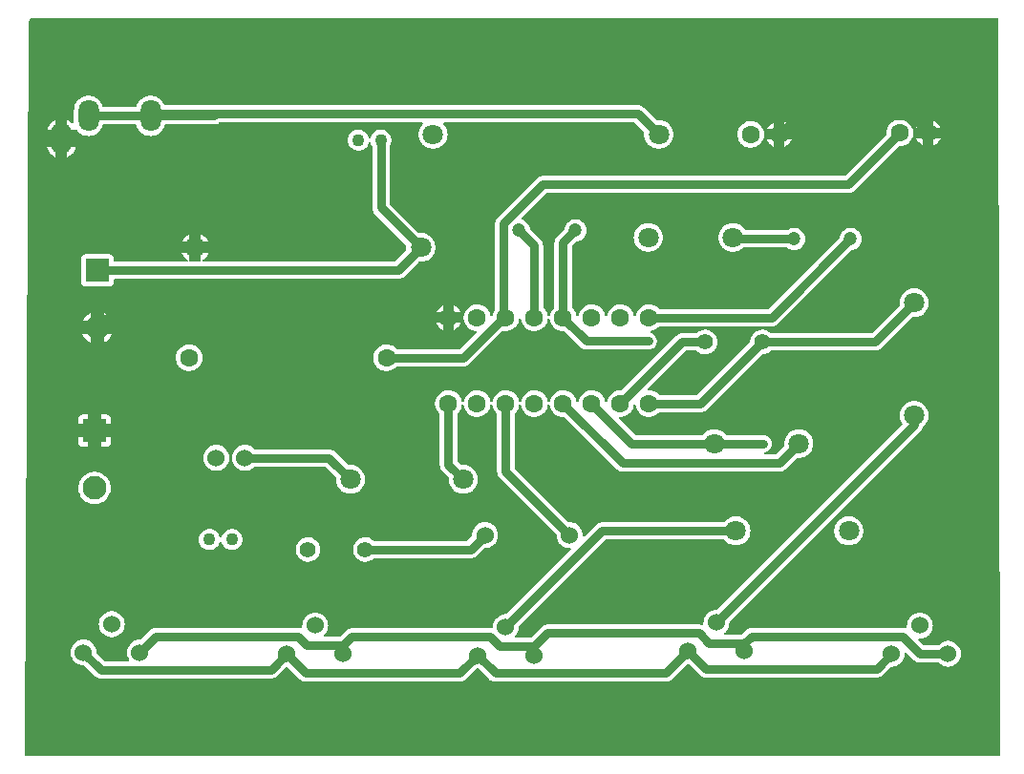
<source format=gtl>
G04 Layer: TopLayer*
G04 EasyEDA v6.5.22, 2022-11-07 08:41:36*
G04 a0478566845a414f978cb9b688239593,4d8ab2db40884aeb91e54047068f32cb,10*
G04 Gerber Generator version 0.2*
G04 Scale: 100 percent, Rotated: No, Reflected: No *
G04 Dimensions in inches *
G04 leading zeros omitted , absolute positions ,3 integer and 6 decimal *
%FSLAX36Y36*%
%MOIN*%

%ADD10C,0.0300*%
%ADD11C,0.0630*%
%ADD12C,0.0709*%
%ADD13C,0.0600*%
%ADD14C,0.0551*%
%ADD15C,0.0472*%
%ADD16O,0.07087X0.11023999999999999*%
%ADD17C,0.0433*%
%ADD18C,0.0827*%
%ADD19R,0.0827X0.0827*%
%ADD20C,0.0240*%
%ADD21C,0.0143*%

%LPD*%
G36*
X294280Y-864800D02*
G01*
X292740Y-864500D01*
X291440Y-863620D01*
X290580Y-862320D01*
X290280Y-860780D01*
X305140Y1699199D01*
X305500Y1700840D01*
X306500Y1702180D01*
X307240Y1702860D01*
X308220Y1704000D01*
X309460Y1706220D01*
X309740Y1707060D01*
X310560Y1708500D01*
X311900Y1709460D01*
X313520Y1709800D01*
X3685820Y1709800D01*
X3687360Y1709500D01*
X3688660Y1708640D01*
X3689520Y1707340D01*
X3689820Y1705800D01*
X3694780Y-860800D01*
X3694480Y-862320D01*
X3693600Y-863620D01*
X3692300Y-864500D01*
X3690779Y-864800D01*
G37*

%LPC*%
G36*
X1934040Y-606840D02*
G01*
X2530220Y-606800D01*
X2533740Y-606480D01*
X2534700Y-606320D01*
X2538140Y-605460D01*
X2539060Y-605160D01*
X2542320Y-603800D01*
X2543200Y-603360D01*
X2546240Y-601540D01*
X2547040Y-600980D01*
X2549760Y-598720D01*
X2603020Y-545480D01*
X2604320Y-544620D01*
X2605840Y-544320D01*
X2607320Y-544320D01*
X2608840Y-544620D01*
X2610140Y-545480D01*
X2648060Y-583360D01*
X2650779Y-585620D01*
X2654600Y-588020D01*
X2655480Y-588460D01*
X2659680Y-590120D01*
X2663100Y-590960D01*
X2664080Y-591120D01*
X2667600Y-591460D01*
X3265560Y-591460D01*
X3269080Y-591120D01*
X3270059Y-590960D01*
X3273480Y-590120D01*
X3277679Y-588460D01*
X3278560Y-588020D01*
X3282380Y-585620D01*
X3285100Y-583360D01*
X3313020Y-555480D01*
X3314320Y-554620D01*
X3315840Y-554320D01*
X3319420Y-554320D01*
X3325040Y-553600D01*
X3330539Y-552180D01*
X3335820Y-550100D01*
X3340800Y-547360D01*
X3345380Y-544020D01*
X3349520Y-540140D01*
X3353140Y-535780D01*
X3356180Y-530980D01*
X3358600Y-525840D01*
X3360340Y-520439D01*
X3361420Y-514880D01*
X3361760Y-509200D01*
X3361720Y-508500D01*
X3361940Y-506920D01*
X3362780Y-505540D01*
X3364060Y-504600D01*
X3365640Y-504260D01*
X3367200Y-504540D01*
X3368540Y-505420D01*
X3394440Y-531300D01*
X3397160Y-533560D01*
X3397960Y-534120D01*
X3401000Y-535940D01*
X3401880Y-536380D01*
X3405140Y-537740D01*
X3406060Y-538040D01*
X3409500Y-538900D01*
X3410460Y-539060D01*
X3415080Y-539420D01*
X3478120Y-539420D01*
X3479580Y-539700D01*
X3480860Y-540500D01*
X3484620Y-544020D01*
X3489200Y-547360D01*
X3494180Y-550100D01*
X3499460Y-552180D01*
X3504960Y-553600D01*
X3510580Y-554320D01*
X3516259Y-554320D01*
X3521900Y-553600D01*
X3527400Y-552180D01*
X3532660Y-550100D01*
X3537640Y-547360D01*
X3542240Y-544020D01*
X3546360Y-540140D01*
X3549980Y-535780D01*
X3553020Y-530980D01*
X3555440Y-525840D01*
X3557200Y-520439D01*
X3558260Y-514880D01*
X3558620Y-509200D01*
X3558260Y-503540D01*
X3557200Y-497960D01*
X3555440Y-492580D01*
X3553020Y-487440D01*
X3549980Y-482640D01*
X3546360Y-478280D01*
X3542240Y-474380D01*
X3537640Y-471060D01*
X3532660Y-468320D01*
X3527400Y-466220D01*
X3521900Y-464820D01*
X3516259Y-464099D01*
X3510580Y-464099D01*
X3504960Y-464820D01*
X3499460Y-466220D01*
X3494180Y-468320D01*
X3489200Y-471060D01*
X3484620Y-474380D01*
X3480840Y-477920D01*
X3479580Y-478720D01*
X3478120Y-479020D01*
X3429200Y-479020D01*
X3427679Y-478700D01*
X3426380Y-477840D01*
X3411259Y-462720D01*
X3410380Y-461420D01*
X3410080Y-459880D01*
X3410380Y-458360D01*
X3411259Y-457060D01*
X3412559Y-456180D01*
X3414080Y-455880D01*
X3417840Y-455880D01*
X3423480Y-455180D01*
X3428980Y-453760D01*
X3434240Y-451680D01*
X3439220Y-448940D01*
X3443820Y-445600D01*
X3447940Y-441719D01*
X3451560Y-437340D01*
X3454600Y-432560D01*
X3457020Y-427420D01*
X3458780Y-422020D01*
X3459840Y-416440D01*
X3460200Y-410780D01*
X3459840Y-405120D01*
X3458780Y-399540D01*
X3457020Y-394140D01*
X3454600Y-389020D01*
X3451560Y-384219D01*
X3447940Y-379840D01*
X3443820Y-375959D01*
X3439220Y-372620D01*
X3434240Y-369900D01*
X3428980Y-367800D01*
X3423480Y-366400D01*
X3417840Y-365680D01*
X3412160Y-365680D01*
X3406540Y-366400D01*
X3401040Y-367800D01*
X3395760Y-369900D01*
X3390779Y-372620D01*
X3386200Y-375959D01*
X3382060Y-379840D01*
X3378440Y-384219D01*
X3375400Y-389020D01*
X3372980Y-394140D01*
X3371240Y-399540D01*
X3370160Y-405120D01*
X3369820Y-410780D01*
X3370140Y-415980D01*
X3369920Y-417540D01*
X3369120Y-418900D01*
X3367860Y-419840D01*
X3366340Y-420220D01*
X3364780Y-419980D01*
X3362880Y-419300D01*
X3359520Y-418459D01*
X3358540Y-418300D01*
X3355020Y-417960D01*
X2827900Y-417960D01*
X2824380Y-418300D01*
X2823420Y-418459D01*
X2819980Y-419300D01*
X2815800Y-420959D01*
X2814920Y-421400D01*
X2811880Y-423240D01*
X2811080Y-423800D01*
X2808360Y-426060D01*
X2792100Y-442299D01*
X2790800Y-443160D01*
X2789260Y-443480D01*
X2735299Y-443480D01*
X2733660Y-443120D01*
X2732320Y-442140D01*
X2731500Y-440700D01*
X2731320Y-439060D01*
X2731840Y-437480D01*
X2732940Y-436240D01*
X2733820Y-435600D01*
X2737940Y-431719D01*
X2741560Y-427340D01*
X2744600Y-422560D01*
X2747020Y-417420D01*
X2748780Y-412020D01*
X2749840Y-406440D01*
X2750200Y-400780D01*
X2750419Y-398600D01*
X2751320Y-397180D01*
X3417080Y268600D01*
X3419340Y271320D01*
X3419900Y272120D01*
X3421740Y275160D01*
X3422180Y276040D01*
X3423500Y279260D01*
X3423960Y280720D01*
X3424480Y281820D01*
X3425320Y282700D01*
X3428580Y285260D01*
X3432900Y289580D01*
X3436660Y294400D01*
X3439820Y299620D01*
X3442340Y305200D01*
X3444160Y311040D01*
X3445260Y317040D01*
X3445620Y323140D01*
X3445260Y329260D01*
X3444160Y335260D01*
X3442340Y341100D01*
X3439820Y346680D01*
X3436660Y351900D01*
X3432900Y356719D01*
X3428580Y361040D01*
X3423759Y364820D01*
X3418519Y367980D01*
X3412960Y370480D01*
X3407120Y372299D01*
X3401100Y373400D01*
X3395000Y373780D01*
X3388900Y373400D01*
X3382880Y372299D01*
X3377040Y370480D01*
X3371480Y367980D01*
X3366240Y364820D01*
X3361420Y361040D01*
X3357100Y356719D01*
X3353340Y351900D01*
X3350179Y346680D01*
X3347660Y341100D01*
X3345840Y335260D01*
X3344740Y329260D01*
X3344380Y323140D01*
X3344740Y317040D01*
X3345840Y311040D01*
X3347660Y305200D01*
X3350179Y299620D01*
X3353279Y294480D01*
X3353840Y292820D01*
X3353620Y291080D01*
X3352679Y289600D01*
X2708580Y-354500D01*
X2707280Y-355379D01*
X2705760Y-355680D01*
X2702160Y-355680D01*
X2696540Y-356400D01*
X2691040Y-357800D01*
X2685760Y-359900D01*
X2680779Y-362620D01*
X2676200Y-365959D01*
X2672060Y-369840D01*
X2668440Y-374219D01*
X2665400Y-379020D01*
X2662980Y-384140D01*
X2661240Y-389540D01*
X2660160Y-395120D01*
X2659820Y-400780D01*
X2660100Y-405319D01*
X2659880Y-406880D01*
X2659080Y-408240D01*
X2657820Y-409200D01*
X2656280Y-409580D01*
X2654720Y-409320D01*
X2652540Y-408519D01*
X2649180Y-407680D01*
X2648220Y-407520D01*
X2644700Y-407200D01*
X2113780Y-407200D01*
X2110260Y-407520D01*
X2109300Y-407680D01*
X2105860Y-408540D01*
X2104940Y-408840D01*
X2101680Y-410200D01*
X2100800Y-410640D01*
X2097760Y-412460D01*
X2096960Y-413020D01*
X2094240Y-415280D01*
X2057100Y-452400D01*
X2055800Y-453280D01*
X2054259Y-453579D01*
X2005740Y-453579D01*
X2004259Y-453300D01*
X2003000Y-452500D01*
X2002120Y-451280D01*
X2001759Y-449820D01*
X2001940Y-448340D01*
X2002680Y-447020D01*
X2006560Y-442340D01*
X2009600Y-437560D01*
X2012020Y-432420D01*
X2013779Y-427020D01*
X2014840Y-421440D01*
X2015200Y-415780D01*
X2015420Y-413600D01*
X2016320Y-412180D01*
X2317140Y-111380D01*
X2318440Y-110500D01*
X2319960Y-110200D01*
X2730659Y-110200D01*
X2731860Y-110380D01*
X2732940Y-110900D01*
X2733820Y-111740D01*
X2735260Y-113580D01*
X2739580Y-117899D01*
X2744400Y-121660D01*
X2749620Y-124820D01*
X2755200Y-127340D01*
X2761040Y-129160D01*
X2767040Y-130260D01*
X2773159Y-130620D01*
X2779260Y-130260D01*
X2785260Y-129160D01*
X2791100Y-127340D01*
X2796680Y-124820D01*
X2801900Y-121660D01*
X2806720Y-117899D01*
X2811040Y-113580D01*
X2814820Y-108760D01*
X2817980Y-103520D01*
X2820480Y-97960D01*
X2822300Y-92120D01*
X2823399Y-86100D01*
X2823780Y-80000D01*
X2823399Y-73900D01*
X2822300Y-67880D01*
X2820480Y-62040D01*
X2817980Y-56480D01*
X2814820Y-51240D01*
X2811040Y-46420D01*
X2806720Y-42100D01*
X2801900Y-38340D01*
X2796680Y-35180D01*
X2791100Y-32660D01*
X2785260Y-30840D01*
X2779260Y-29740D01*
X2773159Y-29380D01*
X2767040Y-29740D01*
X2761040Y-30840D01*
X2755200Y-32660D01*
X2749620Y-35180D01*
X2744400Y-38340D01*
X2739580Y-42100D01*
X2735260Y-46420D01*
X2733820Y-48259D01*
X2732940Y-49100D01*
X2731860Y-49620D01*
X2730659Y-49800D01*
X2304740Y-49820D01*
X2301220Y-50160D01*
X2300260Y-50320D01*
X2296820Y-51160D01*
X2292640Y-52820D01*
X2291760Y-53259D01*
X2288720Y-55100D01*
X2287920Y-55660D01*
X2285200Y-57920D01*
X2244620Y-98460D01*
X2243280Y-99340D01*
X2241720Y-99640D01*
X2240160Y-99280D01*
X2238860Y-98340D01*
X2238020Y-96980D01*
X2237480Y-89340D01*
X2236420Y-83760D01*
X2234660Y-78360D01*
X2232240Y-73220D01*
X2229200Y-68440D01*
X2225580Y-64060D01*
X2221440Y-60180D01*
X2216860Y-56840D01*
X2211880Y-54100D01*
X2206600Y-52020D01*
X2201100Y-50599D01*
X2195480Y-49900D01*
X2191900Y-49900D01*
X2190380Y-49600D01*
X2189080Y-48720D01*
X2001380Y138980D01*
X2000500Y140280D01*
X2000200Y141800D01*
X2000200Y327680D01*
X2000520Y329240D01*
X2001420Y330560D01*
X2004500Y333540D01*
X2008100Y338020D01*
X2011140Y342920D01*
X2013540Y348140D01*
X2015280Y353620D01*
X2016060Y357819D01*
X2016680Y359300D01*
X2017820Y360420D01*
X2019319Y361019D01*
X2020920Y360959D01*
X2022380Y360280D01*
X2023460Y359099D01*
X2023959Y357560D01*
X2024100Y356420D01*
X2025500Y350840D01*
X2027580Y345480D01*
X2030300Y340420D01*
X2033620Y335720D01*
X2037500Y331480D01*
X2041860Y327740D01*
X2046660Y324560D01*
X2051800Y322000D01*
X2057220Y320100D01*
X2062840Y318860D01*
X2068560Y318340D01*
X2074300Y318520D01*
X2079980Y319400D01*
X2085520Y320959D01*
X2090820Y323200D01*
X2095780Y326079D01*
X2100380Y329540D01*
X2104500Y333540D01*
X2108100Y338020D01*
X2111140Y342920D01*
X2113540Y348140D01*
X2115280Y353620D01*
X2116060Y357819D01*
X2116680Y359300D01*
X2117820Y360420D01*
X2119320Y361019D01*
X2120920Y360959D01*
X2122380Y360280D01*
X2123460Y359099D01*
X2123960Y357560D01*
X2124100Y356420D01*
X2125500Y350840D01*
X2127580Y345480D01*
X2130300Y340420D01*
X2133620Y335720D01*
X2137500Y331480D01*
X2141860Y327740D01*
X2146660Y324560D01*
X2151800Y322000D01*
X2157220Y320100D01*
X2162840Y318860D01*
X2168560Y318340D01*
X2172060Y318440D01*
X2173660Y318160D01*
X2175020Y317280D01*
X2356760Y135560D01*
X2359480Y133300D01*
X2360280Y132740D01*
X2363300Y130920D01*
X2364180Y130480D01*
X2367440Y129120D01*
X2371800Y127960D01*
X2372780Y127800D01*
X2377380Y127440D01*
X2926340Y127480D01*
X2929860Y127800D01*
X2930840Y127960D01*
X2935200Y129120D01*
X2938460Y130480D01*
X2939340Y130920D01*
X2942360Y132740D01*
X2943159Y133300D01*
X2945880Y135560D01*
X2983900Y173560D01*
X2985320Y174460D01*
X2986980Y174720D01*
X2992640Y174380D01*
X2998740Y174740D01*
X3004760Y175840D01*
X3010600Y177659D01*
X3016160Y180180D01*
X3021400Y183340D01*
X3026220Y187100D01*
X3030539Y191420D01*
X3034300Y196240D01*
X3037460Y201480D01*
X3039980Y207040D01*
X3041800Y212880D01*
X3042900Y218900D01*
X3043260Y225000D01*
X3042900Y231100D01*
X3041800Y237120D01*
X3039980Y242960D01*
X3037460Y248520D01*
X3034300Y253760D01*
X3030539Y258580D01*
X3026220Y262900D01*
X3021400Y266660D01*
X3016160Y269820D01*
X3010600Y272340D01*
X3004760Y274160D01*
X2998740Y275260D01*
X2992640Y275620D01*
X2986540Y275260D01*
X2980520Y274160D01*
X2974680Y272340D01*
X2969120Y269820D01*
X2963880Y266660D01*
X2959060Y262900D01*
X2954740Y258580D01*
X2950980Y253760D01*
X2947820Y248520D01*
X2945299Y242960D01*
X2943480Y237120D01*
X2942380Y231100D01*
X2942020Y225000D01*
X2942360Y219340D01*
X2942100Y217680D01*
X2941200Y216260D01*
X2913960Y189020D01*
X2912660Y188160D01*
X2911120Y187840D01*
X2876240Y187840D01*
X2874620Y188200D01*
X2873279Y189160D01*
X2872440Y190580D01*
X2872260Y192240D01*
X2872760Y193820D01*
X2873860Y195060D01*
X2875360Y195740D01*
X2877120Y196160D01*
X2881320Y197800D01*
X2885220Y200060D01*
X2888759Y202880D01*
X2891820Y206180D01*
X2894360Y209899D01*
X2896320Y213980D01*
X2897660Y218280D01*
X2898320Y222740D01*
X2898320Y227260D01*
X2897660Y231720D01*
X2896320Y236020D01*
X2894360Y240100D01*
X2891820Y243820D01*
X2888759Y247120D01*
X2885220Y249940D01*
X2881320Y252200D01*
X2877120Y253840D01*
X2872720Y254860D01*
X2868080Y255200D01*
X2739840Y255200D01*
X2738660Y255380D01*
X2737580Y255900D01*
X2736700Y256740D01*
X2735260Y258580D01*
X2730940Y262900D01*
X2726120Y266660D01*
X2720880Y269820D01*
X2715320Y272340D01*
X2709480Y274160D01*
X2703460Y275260D01*
X2697360Y275620D01*
X2691259Y275260D01*
X2685240Y274160D01*
X2679400Y272340D01*
X2673840Y269820D01*
X2668600Y266660D01*
X2663780Y262900D01*
X2659460Y258580D01*
X2658020Y256740D01*
X2657140Y255900D01*
X2656060Y255380D01*
X2654880Y255200D01*
X2424160Y255200D01*
X2422640Y255500D01*
X2421340Y256380D01*
X2366200Y311520D01*
X2365340Y312800D01*
X2365020Y314300D01*
X2365300Y315820D01*
X2366140Y317120D01*
X2367400Y318000D01*
X2368900Y318340D01*
X2374300Y318520D01*
X2379980Y319400D01*
X2385520Y320959D01*
X2390820Y323200D01*
X2395780Y326079D01*
X2400380Y329540D01*
X2404500Y333540D01*
X2408100Y338020D01*
X2411140Y342920D01*
X2413540Y348140D01*
X2415280Y353620D01*
X2416060Y357819D01*
X2416680Y359300D01*
X2417820Y360420D01*
X2419320Y361019D01*
X2420920Y360959D01*
X2422380Y360280D01*
X2423460Y359099D01*
X2423960Y357560D01*
X2424100Y356420D01*
X2425500Y350840D01*
X2427580Y345480D01*
X2430300Y340420D01*
X2433620Y335720D01*
X2437500Y331480D01*
X2441860Y327740D01*
X2446660Y324560D01*
X2451800Y322000D01*
X2457220Y320100D01*
X2462840Y318860D01*
X2468560Y318340D01*
X2474300Y318520D01*
X2479980Y319400D01*
X2485520Y320959D01*
X2490820Y323200D01*
X2495780Y326079D01*
X2500380Y329540D01*
X2504640Y333680D01*
X2505920Y334500D01*
X2507420Y334799D01*
X2651060Y334820D01*
X2654580Y335160D01*
X2655539Y335319D01*
X2658980Y336160D01*
X2663159Y337819D01*
X2664040Y338260D01*
X2667080Y340100D01*
X2667880Y340660D01*
X2670600Y342920D01*
X2863900Y536200D01*
X2865140Y537040D01*
X2866600Y537360D01*
X2869100Y537440D01*
X2874520Y538320D01*
X2879760Y539880D01*
X2884780Y542100D01*
X2889460Y544940D01*
X2893740Y548360D01*
X2895280Y549480D01*
X2896840Y549800D01*
X3259200Y549820D01*
X3262720Y550160D01*
X3263700Y550320D01*
X3267120Y551160D01*
X3271320Y552820D01*
X3272200Y553260D01*
X3276019Y555660D01*
X3278740Y557920D01*
X3386259Y665400D01*
X3387679Y666320D01*
X3389340Y666560D01*
X3395000Y666220D01*
X3401100Y666600D01*
X3407120Y667700D01*
X3412960Y669520D01*
X3418519Y672020D01*
X3423759Y675180D01*
X3428580Y678960D01*
X3432900Y683280D01*
X3436660Y688100D01*
X3439820Y693319D01*
X3442340Y698900D01*
X3444160Y704740D01*
X3445260Y710740D01*
X3445620Y716840D01*
X3445260Y722960D01*
X3444160Y728960D01*
X3442340Y734800D01*
X3439820Y740380D01*
X3436660Y745600D01*
X3432900Y750420D01*
X3428580Y754740D01*
X3423759Y758520D01*
X3418519Y761680D01*
X3412960Y764180D01*
X3407120Y766000D01*
X3401100Y767099D01*
X3395000Y767480D01*
X3388900Y767099D01*
X3382880Y766000D01*
X3377040Y764180D01*
X3371480Y761680D01*
X3366240Y758520D01*
X3361420Y754740D01*
X3357100Y750420D01*
X3353340Y745600D01*
X3350179Y740380D01*
X3347660Y734800D01*
X3345840Y728960D01*
X3344740Y722960D01*
X3344380Y716840D01*
X3344720Y711180D01*
X3344460Y709520D01*
X3343560Y708120D01*
X3246820Y611380D01*
X3245520Y610500D01*
X3243980Y610200D01*
X2896840Y610200D01*
X2895280Y610520D01*
X2893740Y611640D01*
X2889460Y615060D01*
X2884780Y617900D01*
X2879760Y620120D01*
X2874520Y621680D01*
X2869100Y622560D01*
X2863620Y622720D01*
X2858180Y622200D01*
X2852840Y620980D01*
X2847700Y619100D01*
X2842840Y616560D01*
X2838340Y613420D01*
X2834300Y609740D01*
X2830740Y605560D01*
X2827760Y600980D01*
X2825380Y596040D01*
X2823639Y590840D01*
X2822600Y585460D01*
X2822340Y581460D01*
X2822000Y580060D01*
X2821180Y578880D01*
X2638660Y396380D01*
X2637360Y395500D01*
X2635840Y395200D01*
X2507420Y395200D01*
X2505920Y395500D01*
X2504640Y396320D01*
X2500380Y400460D01*
X2495780Y403920D01*
X2490820Y406800D01*
X2485520Y409040D01*
X2479980Y410600D01*
X2474300Y411480D01*
X2468900Y411659D01*
X2467400Y412000D01*
X2466140Y412879D01*
X2465300Y414180D01*
X2465020Y415700D01*
X2465340Y417200D01*
X2466200Y418480D01*
X2596340Y548620D01*
X2597640Y549500D01*
X2599160Y549800D01*
X2633260Y549800D01*
X2634700Y549540D01*
X2635940Y548760D01*
X2638340Y546580D01*
X2642840Y543440D01*
X2647700Y540900D01*
X2652840Y539020D01*
X2658180Y537800D01*
X2663620Y537280D01*
X2669100Y537440D01*
X2674520Y538320D01*
X2679760Y539880D01*
X2684780Y542100D01*
X2689460Y544940D01*
X2693740Y548360D01*
X2697559Y552280D01*
X2700820Y556680D01*
X2703519Y561460D01*
X2705580Y566520D01*
X2706960Y571820D01*
X2707660Y577260D01*
X2707660Y582740D01*
X2706960Y588180D01*
X2705580Y593480D01*
X2703519Y598540D01*
X2700820Y603320D01*
X2697559Y607720D01*
X2693740Y611640D01*
X2689460Y615060D01*
X2684780Y617900D01*
X2679760Y620120D01*
X2674520Y621680D01*
X2669100Y622560D01*
X2663620Y622720D01*
X2658180Y622200D01*
X2652840Y620980D01*
X2647700Y619100D01*
X2642840Y616560D01*
X2638340Y613420D01*
X2635940Y611240D01*
X2634700Y610460D01*
X2633260Y610200D01*
X2583940Y610180D01*
X2580419Y609840D01*
X2579460Y609680D01*
X2576019Y608840D01*
X2571840Y607180D01*
X2570960Y606740D01*
X2567919Y604900D01*
X2567120Y604340D01*
X2564400Y602080D01*
X2375020Y412720D01*
X2373660Y411840D01*
X2372060Y411560D01*
X2368560Y411659D01*
X2362840Y411140D01*
X2357220Y409900D01*
X2351800Y408000D01*
X2346660Y405439D01*
X2341860Y402260D01*
X2337500Y398519D01*
X2333620Y394280D01*
X2330300Y389580D01*
X2327580Y384520D01*
X2325500Y379159D01*
X2324100Y373579D01*
X2323960Y372440D01*
X2323460Y370900D01*
X2322380Y369720D01*
X2320920Y369040D01*
X2319320Y368980D01*
X2317820Y369580D01*
X2316680Y370700D01*
X2316060Y372180D01*
X2315280Y376380D01*
X2313540Y381860D01*
X2311140Y387080D01*
X2308100Y391980D01*
X2304500Y396460D01*
X2300380Y400460D01*
X2295780Y403920D01*
X2290820Y406800D01*
X2285520Y409040D01*
X2279980Y410600D01*
X2274300Y411480D01*
X2268560Y411659D01*
X2262840Y411140D01*
X2257220Y409900D01*
X2251800Y408000D01*
X2246660Y405439D01*
X2241860Y402260D01*
X2237500Y398519D01*
X2233620Y394280D01*
X2230300Y389580D01*
X2227580Y384520D01*
X2225500Y379159D01*
X2224100Y373579D01*
X2223960Y372440D01*
X2223460Y370900D01*
X2222380Y369720D01*
X2220920Y369040D01*
X2219320Y368980D01*
X2217820Y369580D01*
X2216680Y370700D01*
X2216060Y372180D01*
X2215280Y376380D01*
X2213540Y381860D01*
X2211140Y387080D01*
X2208100Y391980D01*
X2204500Y396460D01*
X2200380Y400460D01*
X2195780Y403920D01*
X2190820Y406800D01*
X2185520Y409040D01*
X2179980Y410600D01*
X2174300Y411480D01*
X2168560Y411659D01*
X2162840Y411140D01*
X2157220Y409900D01*
X2151800Y408000D01*
X2146660Y405439D01*
X2141860Y402260D01*
X2137500Y398519D01*
X2133620Y394280D01*
X2130300Y389580D01*
X2127580Y384520D01*
X2125500Y379159D01*
X2124100Y373579D01*
X2123960Y372440D01*
X2123460Y370900D01*
X2122380Y369720D01*
X2120920Y369040D01*
X2119320Y368980D01*
X2117820Y369580D01*
X2116680Y370700D01*
X2116060Y372180D01*
X2115280Y376380D01*
X2113540Y381860D01*
X2111140Y387080D01*
X2108100Y391980D01*
X2104500Y396460D01*
X2100380Y400460D01*
X2095780Y403920D01*
X2090820Y406800D01*
X2085520Y409040D01*
X2079980Y410600D01*
X2074300Y411480D01*
X2068560Y411659D01*
X2062840Y411140D01*
X2057220Y409900D01*
X2051800Y408000D01*
X2046660Y405439D01*
X2041860Y402260D01*
X2037500Y398519D01*
X2033620Y394280D01*
X2030300Y389580D01*
X2027580Y384520D01*
X2025500Y379159D01*
X2024100Y373579D01*
X2023959Y372440D01*
X2023460Y370900D01*
X2022380Y369720D01*
X2020920Y369040D01*
X2019319Y368980D01*
X2017820Y369580D01*
X2016680Y370700D01*
X2016060Y372180D01*
X2015280Y376380D01*
X2013540Y381860D01*
X2011140Y387080D01*
X2008100Y391980D01*
X2004500Y396460D01*
X2000380Y400460D01*
X1995780Y403920D01*
X1990820Y406800D01*
X1985520Y409040D01*
X1979980Y410600D01*
X1974300Y411480D01*
X1968560Y411659D01*
X1962840Y411140D01*
X1957220Y409900D01*
X1951800Y408000D01*
X1946660Y405439D01*
X1941860Y402260D01*
X1937500Y398519D01*
X1933620Y394280D01*
X1930300Y389580D01*
X1927580Y384520D01*
X1925500Y379159D01*
X1924100Y373579D01*
X1923959Y372440D01*
X1923460Y370900D01*
X1922380Y369720D01*
X1920920Y369040D01*
X1919319Y368980D01*
X1917820Y369580D01*
X1916680Y370700D01*
X1916060Y372180D01*
X1915280Y376380D01*
X1913540Y381860D01*
X1911140Y387080D01*
X1908100Y391980D01*
X1904500Y396460D01*
X1900380Y400460D01*
X1895780Y403920D01*
X1890820Y406800D01*
X1885520Y409040D01*
X1879980Y410600D01*
X1874300Y411480D01*
X1868560Y411659D01*
X1862840Y411140D01*
X1857220Y409900D01*
X1851800Y408000D01*
X1846660Y405439D01*
X1841860Y402260D01*
X1837500Y398519D01*
X1833620Y394280D01*
X1830300Y389580D01*
X1827580Y384520D01*
X1825500Y379159D01*
X1824100Y373579D01*
X1823959Y372440D01*
X1823460Y370900D01*
X1822380Y369720D01*
X1820920Y369040D01*
X1819319Y368980D01*
X1817820Y369580D01*
X1816680Y370700D01*
X1816060Y372180D01*
X1815280Y376380D01*
X1813540Y381860D01*
X1811140Y387080D01*
X1808100Y391980D01*
X1804500Y396460D01*
X1800380Y400460D01*
X1795780Y403920D01*
X1790820Y406800D01*
X1785520Y409040D01*
X1779980Y410600D01*
X1774300Y411480D01*
X1768560Y411659D01*
X1762840Y411140D01*
X1757220Y409900D01*
X1751800Y408000D01*
X1746660Y405439D01*
X1741860Y402260D01*
X1737500Y398519D01*
X1733620Y394280D01*
X1730300Y389580D01*
X1727580Y384520D01*
X1725500Y379159D01*
X1724100Y373579D01*
X1723400Y367879D01*
X1723400Y362120D01*
X1724100Y356420D01*
X1725500Y350840D01*
X1727580Y345480D01*
X1730300Y340420D01*
X1733620Y335720D01*
X1737500Y331480D01*
X1738400Y330700D01*
X1739440Y329340D01*
X1739800Y327660D01*
X1739820Y150800D01*
X1740160Y147280D01*
X1740320Y146300D01*
X1741160Y142880D01*
X1742820Y138680D01*
X1743260Y137800D01*
X1745660Y133980D01*
X1747920Y131260D01*
X1770400Y108740D01*
X1771320Y107320D01*
X1771560Y105660D01*
X1771220Y100000D01*
X1771600Y93900D01*
X1772700Y87880D01*
X1774520Y82040D01*
X1777020Y76480D01*
X1780180Y71240D01*
X1783959Y66420D01*
X1788280Y62100D01*
X1793100Y58339D01*
X1798320Y55180D01*
X1803899Y52660D01*
X1809740Y50839D01*
X1815740Y49740D01*
X1821860Y49380D01*
X1827960Y49740D01*
X1833959Y50839D01*
X1839800Y52660D01*
X1845380Y55180D01*
X1850600Y58339D01*
X1855420Y62100D01*
X1859740Y66420D01*
X1863520Y71240D01*
X1866680Y76480D01*
X1869180Y82040D01*
X1871000Y87880D01*
X1872100Y93900D01*
X1872480Y100000D01*
X1872100Y106100D01*
X1871000Y112120D01*
X1869180Y117960D01*
X1866680Y123520D01*
X1863520Y128760D01*
X1859740Y133580D01*
X1855420Y137900D01*
X1850600Y141660D01*
X1845380Y144820D01*
X1839800Y147340D01*
X1833959Y149160D01*
X1827960Y150260D01*
X1821860Y150620D01*
X1816180Y150280D01*
X1814520Y150540D01*
X1813120Y151440D01*
X1801380Y163180D01*
X1800500Y164480D01*
X1800200Y166020D01*
X1800200Y327680D01*
X1800520Y329240D01*
X1801420Y330560D01*
X1804500Y333540D01*
X1808100Y338020D01*
X1811140Y342920D01*
X1813540Y348140D01*
X1815280Y353620D01*
X1816060Y357819D01*
X1816680Y359300D01*
X1817820Y360420D01*
X1819319Y361019D01*
X1820920Y360959D01*
X1822380Y360280D01*
X1823460Y359099D01*
X1823959Y357560D01*
X1824100Y356420D01*
X1825500Y350840D01*
X1827580Y345480D01*
X1830300Y340420D01*
X1833620Y335720D01*
X1837500Y331480D01*
X1841860Y327740D01*
X1846660Y324560D01*
X1851800Y322000D01*
X1857220Y320100D01*
X1862840Y318860D01*
X1868560Y318340D01*
X1874300Y318520D01*
X1879980Y319400D01*
X1885520Y320959D01*
X1890820Y323200D01*
X1895780Y326079D01*
X1900380Y329540D01*
X1904500Y333540D01*
X1908100Y338020D01*
X1911140Y342920D01*
X1913540Y348140D01*
X1915280Y353620D01*
X1916060Y357819D01*
X1916680Y359300D01*
X1917820Y360420D01*
X1919319Y361019D01*
X1920920Y360959D01*
X1922380Y360280D01*
X1923460Y359099D01*
X1923959Y357560D01*
X1924100Y356420D01*
X1925500Y350840D01*
X1927580Y345480D01*
X1930300Y340420D01*
X1933620Y335720D01*
X1937500Y331480D01*
X1938400Y330700D01*
X1939440Y329340D01*
X1939800Y327660D01*
X1939820Y126580D01*
X1940160Y123059D01*
X1940320Y122100D01*
X1941160Y118660D01*
X1942820Y114480D01*
X1943260Y113600D01*
X1945100Y110559D01*
X1945660Y109760D01*
X1947920Y107040D01*
X2146320Y-91380D01*
X2147220Y-92800D01*
X2147440Y-95000D01*
X2147800Y-100660D01*
X2148860Y-106240D01*
X2150620Y-111640D01*
X2153040Y-116780D01*
X2156080Y-121560D01*
X2159700Y-125940D01*
X2163840Y-129820D01*
X2168420Y-133160D01*
X2173400Y-135900D01*
X2178680Y-137980D01*
X2184160Y-139400D01*
X2189800Y-140100D01*
X2193340Y-140100D01*
X2194860Y-140400D01*
X2196160Y-141280D01*
X2197020Y-142580D01*
X2197340Y-144100D01*
X2197020Y-145640D01*
X2196160Y-146940D01*
X1973580Y-369500D01*
X1972280Y-370379D01*
X1970760Y-370680D01*
X1967160Y-370680D01*
X1961540Y-371400D01*
X1956040Y-372800D01*
X1950760Y-374900D01*
X1945780Y-377620D01*
X1941200Y-380959D01*
X1937060Y-384840D01*
X1933440Y-389219D01*
X1930400Y-394020D01*
X1927980Y-399140D01*
X1926240Y-404540D01*
X1925160Y-410120D01*
X1924820Y-415780D01*
X1924580Y-417960D01*
X1923640Y-419400D01*
X1922180Y-420300D01*
X1920480Y-420500D01*
X1917780Y-420260D01*
X1431759Y-420260D01*
X1428240Y-420580D01*
X1427280Y-420740D01*
X1423839Y-421599D01*
X1422920Y-421900D01*
X1419660Y-423260D01*
X1418779Y-423700D01*
X1415740Y-425520D01*
X1414940Y-426079D01*
X1412220Y-428340D01*
X1392100Y-448440D01*
X1390800Y-449320D01*
X1389259Y-449620D01*
X1339640Y-449620D01*
X1338080Y-449300D01*
X1336780Y-448420D01*
X1335920Y-447100D01*
X1335640Y-445540D01*
X1335980Y-444000D01*
X1336900Y-442700D01*
X1337940Y-441719D01*
X1341560Y-437340D01*
X1344600Y-432560D01*
X1347020Y-427420D01*
X1348779Y-422020D01*
X1349840Y-416440D01*
X1350200Y-410780D01*
X1349840Y-405120D01*
X1348779Y-399540D01*
X1347020Y-394140D01*
X1344600Y-389020D01*
X1341560Y-384219D01*
X1337940Y-379840D01*
X1333820Y-375959D01*
X1329220Y-372620D01*
X1324240Y-369900D01*
X1318980Y-367800D01*
X1313480Y-366400D01*
X1307840Y-365680D01*
X1302160Y-365680D01*
X1296540Y-366400D01*
X1291040Y-367800D01*
X1285760Y-369900D01*
X1280780Y-372620D01*
X1276200Y-375959D01*
X1272060Y-379840D01*
X1268440Y-384219D01*
X1265400Y-389020D01*
X1262980Y-394140D01*
X1261240Y-399540D01*
X1260160Y-405120D01*
X1259820Y-410800D01*
X1260100Y-416040D01*
X1259900Y-417580D01*
X1259120Y-418920D01*
X1257900Y-419860D01*
X1256400Y-420260D01*
X1254860Y-420060D01*
X1253800Y-419720D01*
X1250360Y-418860D01*
X1249400Y-418700D01*
X1245880Y-418380D01*
X748040Y-418380D01*
X744520Y-418700D01*
X743540Y-418860D01*
X739180Y-420020D01*
X735920Y-421380D01*
X735040Y-421820D01*
X732020Y-423640D01*
X731220Y-424200D01*
X728500Y-426460D01*
X697000Y-457939D01*
X695699Y-458800D01*
X694160Y-459099D01*
X690580Y-459099D01*
X684960Y-459820D01*
X679460Y-461220D01*
X674180Y-463320D01*
X669200Y-466060D01*
X664620Y-469380D01*
X660480Y-473280D01*
X656860Y-477640D01*
X653820Y-482440D01*
X651400Y-487580D01*
X649659Y-492960D01*
X648580Y-498540D01*
X648240Y-504200D01*
X648580Y-509880D01*
X649659Y-515439D01*
X651400Y-520840D01*
X653820Y-525980D01*
X655460Y-528540D01*
X656040Y-530140D01*
X655900Y-531840D01*
X655100Y-533320D01*
X653740Y-534340D01*
X652080Y-534700D01*
X571420Y-534700D01*
X569900Y-534380D01*
X568600Y-533520D01*
X542900Y-507819D01*
X541980Y-506400D01*
X541760Y-504200D01*
X541420Y-498540D01*
X540340Y-492960D01*
X538600Y-487580D01*
X536180Y-482440D01*
X533140Y-477640D01*
X529520Y-473280D01*
X525380Y-469380D01*
X520800Y-466060D01*
X515820Y-463320D01*
X510540Y-461220D01*
X505040Y-459820D01*
X499420Y-459099D01*
X493740Y-459099D01*
X488100Y-459820D01*
X482600Y-461220D01*
X477340Y-463320D01*
X472360Y-466060D01*
X467760Y-469380D01*
X463640Y-473280D01*
X460020Y-477640D01*
X456980Y-482440D01*
X454560Y-487580D01*
X452800Y-492960D01*
X451740Y-498540D01*
X451380Y-504200D01*
X451740Y-509880D01*
X452800Y-515439D01*
X454560Y-520840D01*
X456980Y-525980D01*
X460020Y-530780D01*
X463640Y-535140D01*
X467760Y-539020D01*
X472360Y-542360D01*
X477340Y-545100D01*
X482600Y-547180D01*
X488100Y-548600D01*
X493740Y-549320D01*
X497320Y-549320D01*
X498840Y-549620D01*
X500140Y-550480D01*
X536660Y-586980D01*
X539380Y-589240D01*
X540180Y-589800D01*
X543220Y-591620D01*
X544100Y-592060D01*
X547360Y-593420D01*
X548280Y-593720D01*
X551720Y-594580D01*
X552680Y-594740D01*
X557300Y-595100D01*
X1151960Y-595060D01*
X1155480Y-594740D01*
X1156440Y-594580D01*
X1159880Y-593720D01*
X1160800Y-593420D01*
X1164060Y-592060D01*
X1164940Y-591620D01*
X1167980Y-589800D01*
X1168780Y-589240D01*
X1171500Y-586980D01*
X1203020Y-555480D01*
X1204320Y-554620D01*
X1205840Y-554320D01*
X1207320Y-554320D01*
X1208840Y-554620D01*
X1210140Y-555480D01*
X1252580Y-597900D01*
X1255300Y-600160D01*
X1256100Y-600720D01*
X1259140Y-602540D01*
X1260020Y-602980D01*
X1263280Y-604340D01*
X1264200Y-604640D01*
X1267640Y-605500D01*
X1268600Y-605660D01*
X1273220Y-606020D01*
X1811040Y-605980D01*
X1814560Y-605660D01*
X1815520Y-605500D01*
X1818959Y-604640D01*
X1819880Y-604340D01*
X1823140Y-602980D01*
X1824019Y-602540D01*
X1827060Y-600720D01*
X1827860Y-600160D01*
X1830580Y-597900D01*
X1868020Y-560480D01*
X1869319Y-559620D01*
X1870840Y-559320D01*
X1872320Y-559320D01*
X1873839Y-559620D01*
X1875140Y-560480D01*
X1913400Y-598720D01*
X1916120Y-600980D01*
X1916920Y-601540D01*
X1919960Y-603360D01*
X1920840Y-603800D01*
X1924100Y-605160D01*
X1925020Y-605460D01*
X1928460Y-606320D01*
X1929420Y-606480D01*
G37*
G36*
X592160Y-450880D02*
G01*
X597840Y-450880D01*
X603480Y-450180D01*
X608980Y-448760D01*
X614240Y-446680D01*
X619220Y-443940D01*
X623820Y-440600D01*
X627940Y-436719D01*
X631560Y-432340D01*
X634600Y-427560D01*
X637020Y-422420D01*
X638780Y-417020D01*
X639840Y-411440D01*
X640200Y-405780D01*
X639840Y-400120D01*
X638780Y-394540D01*
X637020Y-389140D01*
X634600Y-384020D01*
X631560Y-379219D01*
X627940Y-374840D01*
X623820Y-370959D01*
X619220Y-367620D01*
X614240Y-364900D01*
X608980Y-362800D01*
X603480Y-361400D01*
X597840Y-360680D01*
X592160Y-360680D01*
X586540Y-361400D01*
X581040Y-362800D01*
X575760Y-364900D01*
X570780Y-367620D01*
X566200Y-370959D01*
X562060Y-374840D01*
X558440Y-379219D01*
X555400Y-384020D01*
X552980Y-389140D01*
X551240Y-394540D01*
X550160Y-400120D01*
X549820Y-405780D01*
X550160Y-411440D01*
X551240Y-417020D01*
X552980Y-422420D01*
X555400Y-427560D01*
X558440Y-432340D01*
X562060Y-436719D01*
X566200Y-440600D01*
X570780Y-443940D01*
X575760Y-446680D01*
X581040Y-448760D01*
X586540Y-450180D01*
G37*
G36*
X1281380Y-187719D02*
G01*
X1286819Y-187200D01*
X1292160Y-185980D01*
X1297300Y-184100D01*
X1302160Y-181560D01*
X1306660Y-178420D01*
X1310720Y-174740D01*
X1314259Y-170560D01*
X1317240Y-165980D01*
X1319620Y-161040D01*
X1321360Y-155840D01*
X1322400Y-150460D01*
X1322760Y-145000D01*
X1322400Y-139540D01*
X1321360Y-134160D01*
X1319620Y-128960D01*
X1317240Y-124019D01*
X1314259Y-119440D01*
X1310720Y-115260D01*
X1306660Y-111580D01*
X1302160Y-108440D01*
X1297300Y-105900D01*
X1292160Y-104019D01*
X1286819Y-102800D01*
X1281380Y-102280D01*
X1275900Y-102440D01*
X1270480Y-103320D01*
X1265240Y-104880D01*
X1260220Y-107100D01*
X1255540Y-109940D01*
X1251260Y-113360D01*
X1247440Y-117280D01*
X1244180Y-121679D01*
X1241480Y-126460D01*
X1239420Y-131520D01*
X1238040Y-136820D01*
X1237340Y-142260D01*
X1237340Y-147740D01*
X1238040Y-153180D01*
X1239420Y-158480D01*
X1241480Y-163540D01*
X1244180Y-168320D01*
X1247440Y-172719D01*
X1251260Y-176640D01*
X1255540Y-180060D01*
X1260220Y-182900D01*
X1265240Y-185120D01*
X1270480Y-186680D01*
X1275900Y-187560D01*
G37*
G36*
X1481380Y-187719D02*
G01*
X1486819Y-187200D01*
X1492160Y-185980D01*
X1497300Y-184100D01*
X1502160Y-181560D01*
X1506660Y-178420D01*
X1509060Y-176240D01*
X1510300Y-175460D01*
X1511740Y-175200D01*
X1848420Y-175180D01*
X1851940Y-174840D01*
X1852900Y-174680D01*
X1856339Y-173840D01*
X1860520Y-172180D01*
X1861399Y-171740D01*
X1864440Y-169899D01*
X1865240Y-169340D01*
X1867960Y-167079D01*
X1893800Y-141280D01*
X1895100Y-140400D01*
X1896620Y-140100D01*
X1900200Y-140100D01*
X1905840Y-139400D01*
X1911320Y-137980D01*
X1916600Y-135900D01*
X1921579Y-133160D01*
X1926160Y-129820D01*
X1930300Y-125940D01*
X1933920Y-121560D01*
X1936960Y-116780D01*
X1939379Y-111640D01*
X1941140Y-106240D01*
X1942200Y-100660D01*
X1942560Y-95000D01*
X1942200Y-89340D01*
X1941140Y-83760D01*
X1939379Y-78360D01*
X1936960Y-73220D01*
X1933920Y-68440D01*
X1930300Y-64060D01*
X1926160Y-60180D01*
X1921579Y-56840D01*
X1916600Y-54100D01*
X1911320Y-52020D01*
X1905840Y-50599D01*
X1900200Y-49900D01*
X1894520Y-49900D01*
X1888899Y-50599D01*
X1883400Y-52020D01*
X1878120Y-54100D01*
X1873140Y-56840D01*
X1868560Y-60180D01*
X1864420Y-64060D01*
X1860800Y-68440D01*
X1857760Y-73220D01*
X1855340Y-78360D01*
X1853580Y-83760D01*
X1852520Y-89340D01*
X1851960Y-97200D01*
X1851040Y-98620D01*
X1836020Y-113620D01*
X1834720Y-114500D01*
X1833200Y-114800D01*
X1511740Y-114800D01*
X1510300Y-114540D01*
X1509060Y-113760D01*
X1506660Y-111580D01*
X1502160Y-108440D01*
X1497300Y-105900D01*
X1492160Y-104019D01*
X1486819Y-102800D01*
X1481380Y-102280D01*
X1475900Y-102440D01*
X1470480Y-103320D01*
X1465240Y-104880D01*
X1460220Y-107100D01*
X1455540Y-109940D01*
X1451260Y-113360D01*
X1447440Y-117280D01*
X1444180Y-121679D01*
X1441480Y-126460D01*
X1439420Y-131520D01*
X1438040Y-136820D01*
X1437340Y-142260D01*
X1437340Y-147740D01*
X1438040Y-153180D01*
X1439420Y-158480D01*
X1441480Y-163540D01*
X1444180Y-168320D01*
X1447440Y-172719D01*
X1451260Y-176640D01*
X1455540Y-180060D01*
X1460220Y-182900D01*
X1465240Y-185120D01*
X1470480Y-186680D01*
X1475900Y-187560D01*
G37*
G36*
X936919Y-146820D02*
G01*
X942020Y-146280D01*
X947020Y-145040D01*
X951780Y-143120D01*
X956240Y-140540D01*
X960280Y-137380D01*
X963860Y-133680D01*
X966880Y-129520D01*
X969280Y-124980D01*
X971040Y-120160D01*
X971840Y-118240D01*
X973199Y-117100D01*
X974880Y-116660D01*
X976620Y-116980D01*
X978040Y-118020D01*
X978880Y-119560D01*
X979740Y-122600D01*
X981840Y-127300D01*
X984560Y-131660D01*
X987860Y-135600D01*
X991680Y-139040D01*
X995939Y-141900D01*
X1000560Y-144160D01*
X1005460Y-145740D01*
X1010520Y-146640D01*
X1015660Y-146820D01*
X1020759Y-146280D01*
X1025759Y-145040D01*
X1030520Y-143120D01*
X1034980Y-140540D01*
X1039020Y-137380D01*
X1042600Y-133680D01*
X1045620Y-129520D01*
X1048020Y-124980D01*
X1049780Y-120160D01*
X1050860Y-115120D01*
X1051220Y-110000D01*
X1050860Y-104880D01*
X1049780Y-99840D01*
X1048020Y-95020D01*
X1045620Y-90480D01*
X1042600Y-86320D01*
X1039020Y-82620D01*
X1034980Y-79460D01*
X1030520Y-76880D01*
X1025759Y-74960D01*
X1020759Y-73720D01*
X1015660Y-73180D01*
X1010520Y-73360D01*
X1005460Y-74260D01*
X1000560Y-75840D01*
X995939Y-78100D01*
X991680Y-80960D01*
X987860Y-84400D01*
X984560Y-88340D01*
X981840Y-92700D01*
X979740Y-97400D01*
X978880Y-100440D01*
X978040Y-101980D01*
X976620Y-103020D01*
X974880Y-103340D01*
X973199Y-102899D01*
X971840Y-101760D01*
X971040Y-99840D01*
X969280Y-95020D01*
X966880Y-90480D01*
X963860Y-86320D01*
X960280Y-82620D01*
X956240Y-79460D01*
X951780Y-76880D01*
X947020Y-74960D01*
X942020Y-73720D01*
X936919Y-73180D01*
X931780Y-73360D01*
X926720Y-74260D01*
X921820Y-75840D01*
X917200Y-78100D01*
X912940Y-80960D01*
X909120Y-84400D01*
X905819Y-88340D01*
X903100Y-92700D01*
X901000Y-97400D01*
X899599Y-102340D01*
X898880Y-107420D01*
X898880Y-112579D01*
X899599Y-117660D01*
X901000Y-122600D01*
X903100Y-127300D01*
X905819Y-131660D01*
X909120Y-135600D01*
X912940Y-139040D01*
X917200Y-141900D01*
X921820Y-144160D01*
X926720Y-145740D01*
X931780Y-146640D01*
G37*
G36*
X3166860Y-130620D02*
G01*
X3172960Y-130260D01*
X3178960Y-129160D01*
X3184800Y-127340D01*
X3190380Y-124820D01*
X3195600Y-121660D01*
X3200419Y-117899D01*
X3204740Y-113580D01*
X3208519Y-108760D01*
X3211680Y-103520D01*
X3214180Y-97960D01*
X3216000Y-92120D01*
X3217100Y-86100D01*
X3217480Y-80000D01*
X3217100Y-73900D01*
X3216000Y-67880D01*
X3214180Y-62040D01*
X3211680Y-56480D01*
X3208519Y-51240D01*
X3204740Y-46420D01*
X3200419Y-42100D01*
X3195600Y-38340D01*
X3190380Y-35180D01*
X3184800Y-32660D01*
X3178960Y-30840D01*
X3172960Y-29740D01*
X3166860Y-29380D01*
X3160740Y-29740D01*
X3154740Y-30840D01*
X3148900Y-32660D01*
X3143320Y-35180D01*
X3138100Y-38340D01*
X3133279Y-42100D01*
X3128960Y-46420D01*
X3125179Y-51240D01*
X3122020Y-56480D01*
X3119520Y-62040D01*
X3117700Y-67880D01*
X3116600Y-73900D01*
X3116220Y-80000D01*
X3116600Y-86100D01*
X3117700Y-92120D01*
X3119520Y-97960D01*
X3122020Y-103520D01*
X3125179Y-108760D01*
X3128960Y-113580D01*
X3133279Y-117899D01*
X3138100Y-121660D01*
X3143320Y-124820D01*
X3148900Y-127340D01*
X3154740Y-129160D01*
X3160740Y-130260D01*
G37*
G36*
X535000Y13460D02*
G01*
X541440Y13839D01*
X547800Y14940D01*
X554000Y16760D01*
X559940Y19260D01*
X565560Y22440D01*
X570780Y26240D01*
X575540Y30600D01*
X579760Y35480D01*
X583420Y40800D01*
X586420Y46520D01*
X588760Y52539D01*
X590400Y58780D01*
X591320Y65160D01*
X591500Y71620D01*
X590960Y78040D01*
X589680Y84380D01*
X587680Y90520D01*
X585000Y96380D01*
X581660Y101900D01*
X577720Y107020D01*
X573220Y111640D01*
X568220Y115740D01*
X562800Y119220D01*
X557000Y122080D01*
X550920Y124240D01*
X544640Y125700D01*
X538220Y126440D01*
X531780Y126440D01*
X525360Y125700D01*
X519080Y124240D01*
X513000Y122080D01*
X507200Y119220D01*
X501780Y115740D01*
X496780Y111640D01*
X492280Y107020D01*
X488340Y101900D01*
X485000Y96380D01*
X482320Y90520D01*
X480319Y84380D01*
X479040Y78040D01*
X478500Y71620D01*
X478680Y65160D01*
X479600Y58780D01*
X481240Y52539D01*
X483579Y46520D01*
X486580Y40800D01*
X490240Y35480D01*
X494460Y30600D01*
X499219Y26240D01*
X504440Y22440D01*
X510060Y19260D01*
X516000Y16760D01*
X522200Y14940D01*
X528560Y13839D01*
G37*
G36*
X1428140Y49380D02*
G01*
X1434259Y49740D01*
X1440260Y50839D01*
X1446100Y52660D01*
X1451680Y55180D01*
X1456900Y58339D01*
X1461720Y62100D01*
X1466040Y66420D01*
X1469820Y71240D01*
X1472980Y76480D01*
X1475480Y82040D01*
X1477300Y87880D01*
X1478400Y93900D01*
X1478779Y100000D01*
X1478400Y106100D01*
X1477300Y112120D01*
X1475480Y117960D01*
X1472980Y123520D01*
X1469820Y128760D01*
X1466040Y133580D01*
X1461720Y137900D01*
X1456900Y141660D01*
X1451680Y144820D01*
X1446100Y147340D01*
X1440260Y149160D01*
X1434259Y150260D01*
X1428140Y150620D01*
X1422480Y150280D01*
X1420820Y150540D01*
X1419420Y151440D01*
X1373740Y197079D01*
X1371020Y199340D01*
X1367200Y201740D01*
X1366320Y202180D01*
X1362120Y203840D01*
X1358700Y204680D01*
X1357720Y204840D01*
X1354199Y205180D01*
X1095320Y205200D01*
X1093840Y205479D01*
X1092580Y206280D01*
X1088800Y209820D01*
X1084220Y213160D01*
X1079240Y215900D01*
X1073960Y217979D01*
X1068460Y219400D01*
X1062840Y220100D01*
X1057160Y220100D01*
X1051540Y219400D01*
X1046040Y217979D01*
X1040759Y215900D01*
X1035780Y213160D01*
X1031200Y209820D01*
X1027060Y205940D01*
X1023439Y201560D01*
X1020400Y196780D01*
X1017980Y191640D01*
X1016220Y186240D01*
X1015160Y180660D01*
X1014800Y175000D01*
X1015160Y169340D01*
X1016220Y163760D01*
X1017980Y158360D01*
X1020400Y153220D01*
X1023439Y148440D01*
X1027060Y144060D01*
X1031200Y140180D01*
X1035780Y136840D01*
X1040759Y134100D01*
X1046040Y132020D01*
X1051540Y130600D01*
X1057160Y129900D01*
X1062840Y129900D01*
X1068460Y130600D01*
X1073960Y132020D01*
X1079240Y134100D01*
X1084220Y136840D01*
X1088800Y140180D01*
X1092580Y143720D01*
X1093840Y144520D01*
X1095320Y144800D01*
X1338980Y144800D01*
X1340520Y144500D01*
X1341819Y143620D01*
X1376699Y108740D01*
X1377620Y107320D01*
X1377860Y105660D01*
X1377520Y100000D01*
X1377900Y93900D01*
X1379000Y87880D01*
X1380820Y82040D01*
X1383320Y76480D01*
X1386480Y71240D01*
X1390260Y66420D01*
X1394580Y62100D01*
X1399400Y58339D01*
X1404620Y55180D01*
X1410200Y52660D01*
X1416040Y50839D01*
X1422040Y49740D01*
G37*
G36*
X957159Y129900D02*
G01*
X962840Y129900D01*
X968460Y130600D01*
X973960Y132020D01*
X979240Y134100D01*
X984220Y136840D01*
X988800Y140180D01*
X992940Y144060D01*
X996560Y148440D01*
X999599Y153220D01*
X1002020Y158360D01*
X1003780Y163760D01*
X1004840Y169340D01*
X1005200Y175000D01*
X1004840Y180660D01*
X1003780Y186240D01*
X1002020Y191640D01*
X999599Y196780D01*
X996560Y201560D01*
X992940Y205940D01*
X988800Y209820D01*
X984220Y213160D01*
X979240Y215900D01*
X973960Y217979D01*
X968460Y219400D01*
X962840Y220100D01*
X957159Y220100D01*
X951540Y219400D01*
X946040Y217979D01*
X940759Y215900D01*
X935780Y213160D01*
X931200Y209820D01*
X927060Y205940D01*
X923439Y201560D01*
X920400Y196780D01*
X917980Y191640D01*
X916220Y186240D01*
X915160Y180660D01*
X914800Y175000D01*
X915160Y169340D01*
X916220Y163760D01*
X917980Y158360D01*
X920400Y153220D01*
X923439Y148440D01*
X927060Y144060D01*
X931200Y140180D01*
X935780Y136840D01*
X940759Y134100D01*
X946040Y132020D01*
X951540Y130600D01*
G37*
G36*
X558180Y213460D02*
G01*
X576140Y213460D01*
X579300Y213760D01*
X582140Y214640D01*
X584780Y216040D01*
X587080Y217920D01*
X588960Y220219D01*
X590360Y222840D01*
X591220Y225700D01*
X591540Y228860D01*
X591540Y246820D01*
X558180Y246820D01*
G37*
G36*
X493860Y213460D02*
G01*
X511840Y213460D01*
X511840Y246820D01*
X478459Y246820D01*
X478459Y228860D01*
X478780Y225700D01*
X479640Y222840D01*
X481040Y220219D01*
X482920Y217920D01*
X485220Y216040D01*
X487860Y214640D01*
X490700Y213760D01*
G37*
G36*
X558180Y293160D02*
G01*
X591540Y293160D01*
X591540Y311140D01*
X591220Y314300D01*
X590360Y317140D01*
X588960Y319760D01*
X587080Y322060D01*
X584780Y323960D01*
X582140Y325360D01*
X579300Y326220D01*
X576140Y326540D01*
X558180Y326540D01*
G37*
G36*
X478459Y293160D02*
G01*
X511840Y293160D01*
X511840Y326540D01*
X493860Y326540D01*
X490700Y326220D01*
X487860Y325360D01*
X485220Y323960D01*
X482920Y322060D01*
X481040Y319760D01*
X479640Y317140D01*
X478780Y314300D01*
X478459Y311140D01*
G37*
G36*
X864080Y478340D02*
G01*
X869820Y478519D01*
X875500Y479400D01*
X881020Y480959D01*
X886320Y483200D01*
X891300Y486079D01*
X895879Y489540D01*
X900020Y493540D01*
X903620Y498020D01*
X906640Y502920D01*
X909040Y508140D01*
X910800Y513620D01*
X911840Y519260D01*
X912200Y525000D01*
X911840Y530740D01*
X910800Y536380D01*
X909040Y541860D01*
X906640Y547080D01*
X903620Y551980D01*
X900020Y556460D01*
X895879Y560460D01*
X891300Y563920D01*
X886320Y566800D01*
X881020Y569040D01*
X875500Y570600D01*
X869820Y571480D01*
X864080Y571660D01*
X858360Y571140D01*
X852740Y569900D01*
X847320Y568000D01*
X842159Y565440D01*
X837380Y562260D01*
X833020Y558520D01*
X829140Y554280D01*
X825819Y549580D01*
X823100Y544520D01*
X821020Y539160D01*
X819620Y533580D01*
X818920Y527880D01*
X818920Y522120D01*
X819620Y516420D01*
X821020Y510840D01*
X823100Y505480D01*
X825819Y500420D01*
X829140Y495720D01*
X833020Y491480D01*
X837380Y487740D01*
X842159Y484560D01*
X847320Y482000D01*
X852740Y480100D01*
X858360Y478860D01*
G37*
G36*
X1553060Y478340D02*
G01*
X1558800Y478519D01*
X1564480Y479400D01*
X1570000Y480959D01*
X1575300Y483200D01*
X1580280Y486079D01*
X1584860Y489540D01*
X1589120Y493680D01*
X1590400Y494500D01*
X1591900Y494799D01*
X1823440Y494820D01*
X1826960Y495160D01*
X1827920Y495319D01*
X1831360Y496160D01*
X1835540Y497819D01*
X1836420Y498260D01*
X1839460Y500100D01*
X1840260Y500660D01*
X1842980Y502920D01*
X1958100Y618020D01*
X1959180Y618780D01*
X1960460Y619160D01*
X1961780Y619100D01*
X1962840Y618860D01*
X1968560Y618340D01*
X1974300Y618520D01*
X1979980Y619400D01*
X1985520Y620960D01*
X1990820Y623200D01*
X1995780Y626080D01*
X2000380Y629540D01*
X2004500Y633540D01*
X2008100Y638020D01*
X2011140Y642920D01*
X2013540Y648139D01*
X2015280Y653620D01*
X2016060Y657820D01*
X2016680Y659300D01*
X2017820Y660420D01*
X2019319Y661020D01*
X2020920Y660960D01*
X2022380Y660280D01*
X2023460Y659100D01*
X2023959Y657560D01*
X2024100Y656420D01*
X2025500Y650840D01*
X2027580Y645480D01*
X2030300Y640420D01*
X2033620Y635720D01*
X2037500Y631480D01*
X2041860Y627740D01*
X2046660Y624560D01*
X2051800Y622000D01*
X2057220Y620100D01*
X2062840Y618860D01*
X2068560Y618340D01*
X2074300Y618520D01*
X2079980Y619400D01*
X2085520Y620960D01*
X2090820Y623200D01*
X2095780Y626080D01*
X2100380Y629540D01*
X2104500Y633540D01*
X2108100Y638020D01*
X2111140Y642920D01*
X2113540Y648139D01*
X2115280Y653620D01*
X2116060Y657820D01*
X2116680Y659300D01*
X2117820Y660420D01*
X2119320Y661020D01*
X2120920Y660960D01*
X2122380Y660280D01*
X2123460Y659100D01*
X2123960Y657560D01*
X2124100Y656420D01*
X2125500Y650840D01*
X2127580Y645480D01*
X2130300Y640420D01*
X2133620Y635720D01*
X2137500Y631480D01*
X2141860Y627740D01*
X2146660Y624560D01*
X2151800Y622000D01*
X2157220Y620100D01*
X2162840Y618860D01*
X2168560Y618340D01*
X2172060Y618440D01*
X2173660Y618160D01*
X2175020Y617280D01*
X2231060Y561260D01*
X2233780Y559000D01*
X2234580Y558440D01*
X2237620Y556600D01*
X2238500Y556160D01*
X2242680Y554500D01*
X2246120Y553660D01*
X2247080Y553500D01*
X2250600Y553160D01*
X2466960Y553140D01*
X2471600Y553480D01*
X2476000Y554500D01*
X2480200Y556140D01*
X2484100Y558400D01*
X2487640Y561220D01*
X2490700Y564520D01*
X2493240Y568240D01*
X2495200Y572320D01*
X2496540Y576620D01*
X2497200Y581080D01*
X2497200Y585600D01*
X2496540Y590060D01*
X2495200Y594360D01*
X2493240Y598440D01*
X2490700Y602160D01*
X2487640Y605460D01*
X2484100Y608280D01*
X2480200Y610540D01*
X2477740Y611500D01*
X2476320Y612460D01*
X2475420Y613940D01*
X2475240Y615660D01*
X2475800Y617300D01*
X2476980Y618540D01*
X2478600Y619180D01*
X2479980Y619400D01*
X2485520Y620960D01*
X2490820Y623200D01*
X2495780Y626080D01*
X2500380Y629540D01*
X2504640Y633680D01*
X2505920Y634500D01*
X2507420Y634800D01*
X2899480Y634820D01*
X2903000Y635160D01*
X2903980Y635320D01*
X2907400Y636160D01*
X2911600Y637820D01*
X2912480Y638260D01*
X2916300Y640660D01*
X2919020Y642920D01*
X3176680Y900540D01*
X3177720Y901300D01*
X3178960Y901680D01*
X3181320Y902000D01*
X3186420Y903420D01*
X3191280Y905540D01*
X3195800Y908300D01*
X3199920Y911640D01*
X3203519Y915500D01*
X3206580Y919840D01*
X3209020Y924539D01*
X3210800Y929520D01*
X3211880Y934720D01*
X3212240Y940000D01*
X3211880Y945280D01*
X3210800Y950480D01*
X3209020Y955460D01*
X3206580Y960160D01*
X3203519Y964500D01*
X3199920Y968360D01*
X3195800Y971700D01*
X3191280Y974460D01*
X3186420Y976580D01*
X3181320Y978000D01*
X3176060Y978720D01*
X3170779Y978720D01*
X3165520Y978000D01*
X3160419Y976580D01*
X3155560Y974460D01*
X3151040Y971700D01*
X3146920Y968360D01*
X3143320Y964500D01*
X3140260Y960160D01*
X3137820Y955460D01*
X3136040Y950480D01*
X3134940Y945140D01*
X3134540Y944060D01*
X3133860Y943139D01*
X2887100Y696380D01*
X2885800Y695500D01*
X2884260Y695200D01*
X2507420Y695200D01*
X2505920Y695500D01*
X2504640Y696320D01*
X2500380Y700460D01*
X2495780Y703920D01*
X2490820Y706800D01*
X2485520Y709040D01*
X2479980Y710600D01*
X2474300Y711480D01*
X2468560Y711660D01*
X2462840Y711140D01*
X2457220Y709900D01*
X2451800Y708000D01*
X2446660Y705440D01*
X2441860Y702260D01*
X2437500Y698520D01*
X2433620Y694280D01*
X2430300Y689580D01*
X2427580Y684520D01*
X2425500Y679160D01*
X2424100Y673580D01*
X2423960Y672440D01*
X2423460Y670900D01*
X2422380Y669720D01*
X2420920Y669040D01*
X2419320Y668980D01*
X2417820Y669580D01*
X2416680Y670699D01*
X2416060Y672180D01*
X2415280Y676380D01*
X2413540Y681860D01*
X2411140Y687080D01*
X2408100Y691979D01*
X2404500Y696460D01*
X2400380Y700460D01*
X2395780Y703920D01*
X2390820Y706800D01*
X2385520Y709040D01*
X2379980Y710600D01*
X2374300Y711480D01*
X2368560Y711660D01*
X2362840Y711140D01*
X2357220Y709900D01*
X2351800Y708000D01*
X2346660Y705440D01*
X2341860Y702260D01*
X2337500Y698520D01*
X2333620Y694280D01*
X2330300Y689580D01*
X2327580Y684520D01*
X2325500Y679160D01*
X2324100Y673580D01*
X2323960Y672440D01*
X2323460Y670900D01*
X2322380Y669720D01*
X2320920Y669040D01*
X2319320Y668980D01*
X2317820Y669580D01*
X2316680Y670699D01*
X2316060Y672180D01*
X2315280Y676380D01*
X2313540Y681860D01*
X2311140Y687080D01*
X2308100Y691979D01*
X2304500Y696460D01*
X2300380Y700460D01*
X2295780Y703920D01*
X2290820Y706800D01*
X2285520Y709040D01*
X2279980Y710600D01*
X2274300Y711480D01*
X2268560Y711660D01*
X2262840Y711140D01*
X2257220Y709900D01*
X2251800Y708000D01*
X2246660Y705440D01*
X2241860Y702260D01*
X2237500Y698520D01*
X2233620Y694280D01*
X2230300Y689580D01*
X2227580Y684520D01*
X2225500Y679160D01*
X2224100Y673580D01*
X2223960Y672440D01*
X2223460Y670900D01*
X2222380Y669720D01*
X2220920Y669040D01*
X2219320Y668980D01*
X2217820Y669580D01*
X2216680Y670699D01*
X2216060Y672180D01*
X2215280Y676380D01*
X2213540Y681860D01*
X2211140Y687080D01*
X2208100Y691979D01*
X2204500Y696460D01*
X2201420Y699440D01*
X2200520Y700759D01*
X2200200Y702320D01*
X2200200Y912400D01*
X2200500Y913940D01*
X2201380Y915240D01*
X2216680Y930540D01*
X2217720Y931300D01*
X2218960Y931680D01*
X2221320Y932000D01*
X2226420Y933420D01*
X2231280Y935540D01*
X2235820Y938300D01*
X2239920Y941640D01*
X2243540Y945500D01*
X2246600Y949840D01*
X2249020Y954539D01*
X2250800Y959520D01*
X2251880Y964720D01*
X2252240Y970000D01*
X2251880Y975280D01*
X2250800Y980480D01*
X2249020Y985460D01*
X2246600Y990160D01*
X2243540Y994500D01*
X2239920Y998360D01*
X2235820Y1001700D01*
X2231280Y1004460D01*
X2226420Y1006580D01*
X2221320Y1008000D01*
X2216080Y1008720D01*
X2210780Y1008720D01*
X2205540Y1008000D01*
X2200440Y1006580D01*
X2195580Y1004460D01*
X2191040Y1001700D01*
X2186940Y998360D01*
X2183320Y994500D01*
X2180260Y990160D01*
X2177840Y985460D01*
X2176060Y980480D01*
X2174960Y975160D01*
X2174560Y974080D01*
X2173860Y973139D01*
X2147920Y947159D01*
X2145660Y944440D01*
X2143260Y940620D01*
X2142820Y939740D01*
X2141160Y935540D01*
X2140320Y932120D01*
X2140160Y931140D01*
X2139820Y927620D01*
X2139800Y702340D01*
X2139440Y700660D01*
X2138400Y699300D01*
X2137500Y698520D01*
X2133620Y694280D01*
X2130300Y689580D01*
X2127580Y684520D01*
X2125500Y679160D01*
X2124100Y673580D01*
X2123960Y672440D01*
X2123460Y670900D01*
X2122380Y669720D01*
X2120920Y669040D01*
X2119320Y668980D01*
X2117820Y669580D01*
X2116680Y670699D01*
X2116060Y672180D01*
X2115280Y676380D01*
X2113540Y681860D01*
X2111140Y687080D01*
X2108100Y691979D01*
X2104500Y696460D01*
X2101420Y699440D01*
X2100520Y700759D01*
X2100200Y702320D01*
X2100180Y917640D01*
X2099840Y921160D01*
X2099680Y922120D01*
X2098840Y925560D01*
X2097180Y929740D01*
X2096740Y930620D01*
X2094900Y933660D01*
X2094340Y934460D01*
X2092080Y937180D01*
X2056140Y973139D01*
X2055460Y974080D01*
X2055060Y975160D01*
X2053959Y980480D01*
X2052180Y985460D01*
X2049740Y990160D01*
X2046680Y994500D01*
X2043080Y998360D01*
X2038959Y1001700D01*
X2034440Y1004460D01*
X2029580Y1006580D01*
X2027540Y1007140D01*
X2026080Y1007900D01*
X2025040Y1009200D01*
X2024620Y1010800D01*
X2024880Y1012440D01*
X2025800Y1013820D01*
X2110600Y1098620D01*
X2111900Y1099500D01*
X2113420Y1099800D01*
X3166060Y1099820D01*
X3169580Y1100160D01*
X3170539Y1100320D01*
X3173980Y1101160D01*
X3178159Y1102820D01*
X3179040Y1103260D01*
X3182080Y1105100D01*
X3182880Y1105660D01*
X3185600Y1107920D01*
X3339920Y1262220D01*
X3341400Y1263160D01*
X3343560Y1263340D01*
X3349300Y1263520D01*
X3354980Y1264400D01*
X3360520Y1265960D01*
X3365820Y1268200D01*
X3370779Y1271080D01*
X3375380Y1274540D01*
X3379500Y1278540D01*
X3383100Y1283020D01*
X3386139Y1287920D01*
X3388540Y1293140D01*
X3390280Y1298620D01*
X3391340Y1304259D01*
X3391680Y1310000D01*
X3391340Y1315740D01*
X3390280Y1321380D01*
X3388540Y1326860D01*
X3386139Y1332080D01*
X3383100Y1336980D01*
X3379500Y1341459D01*
X3375380Y1345460D01*
X3370779Y1348920D01*
X3365820Y1351800D01*
X3360520Y1354040D01*
X3354980Y1355600D01*
X3349300Y1356480D01*
X3343560Y1356660D01*
X3337840Y1356140D01*
X3332220Y1354900D01*
X3326800Y1353000D01*
X3321660Y1350440D01*
X3316860Y1347260D01*
X3312500Y1343520D01*
X3308620Y1339280D01*
X3305299Y1334580D01*
X3302580Y1329520D01*
X3300500Y1324160D01*
X3299100Y1318580D01*
X3298399Y1312880D01*
X3298399Y1307760D01*
X3298100Y1306240D01*
X3297220Y1304940D01*
X3153660Y1161380D01*
X3152360Y1160500D01*
X3150840Y1160200D01*
X2098200Y1160180D01*
X2094680Y1159840D01*
X2093720Y1159680D01*
X2090280Y1158840D01*
X2086100Y1157180D01*
X2085220Y1156740D01*
X2082180Y1154900D01*
X2081380Y1154340D01*
X2078660Y1152080D01*
X1940300Y1013720D01*
X1938040Y1011000D01*
X1937480Y1010200D01*
X1935640Y1007159D01*
X1935200Y1006280D01*
X1933540Y1002099D01*
X1932700Y998660D01*
X1932540Y997700D01*
X1932200Y994180D01*
X1932180Y693500D01*
X1932000Y692280D01*
X1931440Y691180D01*
X1930300Y689580D01*
X1927580Y684520D01*
X1925500Y679160D01*
X1924100Y673580D01*
X1923959Y672440D01*
X1923460Y670900D01*
X1922380Y669720D01*
X1920920Y669040D01*
X1919319Y668980D01*
X1917820Y669580D01*
X1916680Y670699D01*
X1916060Y672180D01*
X1915280Y676380D01*
X1913540Y681860D01*
X1911140Y687080D01*
X1908100Y691979D01*
X1904500Y696460D01*
X1900380Y700460D01*
X1895780Y703920D01*
X1890820Y706800D01*
X1885520Y709040D01*
X1879980Y710600D01*
X1874300Y711480D01*
X1868560Y711660D01*
X1862840Y711140D01*
X1857220Y709900D01*
X1851800Y708000D01*
X1846660Y705440D01*
X1841860Y702260D01*
X1837500Y698520D01*
X1833620Y694280D01*
X1830300Y689580D01*
X1827580Y684520D01*
X1825500Y679160D01*
X1824100Y673580D01*
X1823400Y667880D01*
X1823400Y662120D01*
X1824100Y656420D01*
X1825500Y650840D01*
X1827580Y645480D01*
X1830300Y640420D01*
X1833620Y635720D01*
X1837500Y631480D01*
X1841860Y627740D01*
X1846660Y624560D01*
X1851800Y622000D01*
X1857220Y620100D01*
X1862840Y618860D01*
X1864139Y618740D01*
X1865580Y618320D01*
X1866780Y617400D01*
X1867540Y616120D01*
X1867780Y614640D01*
X1867440Y613180D01*
X1866600Y611940D01*
X1811040Y556380D01*
X1809740Y555500D01*
X1808220Y555200D01*
X1591900Y555200D01*
X1590400Y555500D01*
X1589120Y556320D01*
X1584860Y560460D01*
X1580280Y563920D01*
X1575300Y566800D01*
X1570000Y569040D01*
X1564480Y570600D01*
X1558800Y571480D01*
X1553060Y571660D01*
X1547320Y571140D01*
X1541720Y569900D01*
X1536279Y568000D01*
X1531140Y565440D01*
X1526360Y562260D01*
X1521980Y558520D01*
X1518120Y554280D01*
X1514800Y549580D01*
X1512080Y544520D01*
X1510000Y539160D01*
X1508600Y533580D01*
X1507880Y527880D01*
X1507880Y522120D01*
X1508600Y516420D01*
X1510000Y510840D01*
X1512080Y505480D01*
X1514800Y500420D01*
X1518120Y495720D01*
X1521980Y491480D01*
X1526360Y487740D01*
X1531140Y484560D01*
X1536279Y482000D01*
X1541720Y480100D01*
X1547320Y478860D01*
G37*
G36*
X521840Y578520D02*
G01*
X521840Y606840D01*
X493459Y606840D01*
X496580Y600800D01*
X500240Y595480D01*
X504460Y590600D01*
X509219Y586240D01*
X514440Y582440D01*
X520060Y579260D01*
G37*
G36*
X568160Y578520D02*
G01*
X569940Y579260D01*
X575560Y582440D01*
X580780Y586240D01*
X585540Y590600D01*
X589760Y595480D01*
X593420Y600800D01*
X596540Y606840D01*
X568160Y606840D01*
G37*
G36*
X1751759Y622020D02*
G01*
X1751759Y646760D01*
X1727100Y646760D01*
X1727580Y645480D01*
X1730300Y640420D01*
X1733620Y635720D01*
X1737500Y631480D01*
X1741860Y627740D01*
X1746660Y624560D01*
G37*
G36*
X1788240Y622120D02*
G01*
X1790820Y623200D01*
X1795780Y626080D01*
X1800380Y629540D01*
X1804500Y633540D01*
X1808100Y638020D01*
X1811140Y642920D01*
X1812900Y646760D01*
X1788240Y646760D01*
G37*
G36*
X568160Y653160D02*
G01*
X596460Y653160D01*
X595000Y656380D01*
X591660Y661900D01*
X587720Y667020D01*
X583220Y671640D01*
X578220Y675740D01*
X572800Y679220D01*
X568160Y681500D01*
G37*
G36*
X493540Y653160D02*
G01*
X521840Y653160D01*
X521840Y681500D01*
X517200Y679220D01*
X511780Y675740D01*
X506780Y671640D01*
X502280Y667020D01*
X498340Y661900D01*
X495000Y656380D01*
G37*
G36*
X1788240Y683240D02*
G01*
X1812900Y683240D01*
X1811140Y687080D01*
X1808100Y691979D01*
X1804500Y696460D01*
X1800380Y700460D01*
X1795780Y703920D01*
X1790820Y706800D01*
X1788240Y707880D01*
G37*
G36*
X1727100Y683240D02*
G01*
X1751759Y683240D01*
X1751759Y707980D01*
X1746660Y705440D01*
X1741860Y702260D01*
X1737500Y698520D01*
X1733620Y694280D01*
X1730300Y689580D01*
X1727580Y684520D01*
G37*
G36*
X503860Y773460D02*
G01*
X586140Y773460D01*
X589300Y773760D01*
X592140Y774640D01*
X594780Y776040D01*
X597080Y777920D01*
X598960Y780220D01*
X600360Y782840D01*
X601220Y785699D01*
X601540Y788860D01*
X601540Y795800D01*
X601840Y797340D01*
X602720Y798620D01*
X604000Y799500D01*
X605540Y799800D01*
X1594760Y799820D01*
X1598280Y800160D01*
X1599240Y800320D01*
X1602680Y801160D01*
X1606860Y802820D01*
X1607740Y803259D01*
X1610780Y805100D01*
X1611579Y805660D01*
X1614300Y807920D01*
X1664960Y858560D01*
X1666380Y859460D01*
X1668040Y859720D01*
X1673700Y859380D01*
X1679800Y859740D01*
X1685820Y860840D01*
X1691660Y862660D01*
X1697220Y865180D01*
X1702460Y868340D01*
X1707280Y872099D01*
X1711600Y876420D01*
X1715360Y881240D01*
X1718520Y886480D01*
X1721040Y892039D01*
X1722860Y897880D01*
X1723959Y903900D01*
X1724319Y910000D01*
X1723959Y916100D01*
X1722860Y922120D01*
X1721040Y927960D01*
X1718520Y933520D01*
X1715360Y938760D01*
X1711600Y943580D01*
X1707280Y947900D01*
X1702460Y951660D01*
X1697220Y954820D01*
X1691660Y957340D01*
X1685820Y959160D01*
X1679800Y960260D01*
X1673700Y960620D01*
X1668040Y960280D01*
X1666380Y960540D01*
X1664960Y961440D01*
X1565740Y1060660D01*
X1564880Y1061960D01*
X1564580Y1063500D01*
X1564580Y1262740D01*
X1564760Y1263980D01*
X1568020Y1270020D01*
X1569780Y1274840D01*
X1570860Y1279880D01*
X1571220Y1285000D01*
X1570860Y1290120D01*
X1569780Y1295160D01*
X1568020Y1299980D01*
X1565620Y1304520D01*
X1562600Y1308680D01*
X1559019Y1312380D01*
X1554980Y1315540D01*
X1550520Y1318120D01*
X1545760Y1320040D01*
X1540760Y1321279D01*
X1535660Y1321819D01*
X1530520Y1321639D01*
X1525460Y1320740D01*
X1520560Y1319160D01*
X1515940Y1316900D01*
X1511680Y1314040D01*
X1507860Y1310600D01*
X1504560Y1306660D01*
X1501840Y1302300D01*
X1499740Y1297600D01*
X1498880Y1294560D01*
X1498040Y1293020D01*
X1496620Y1291980D01*
X1494880Y1291660D01*
X1493200Y1292100D01*
X1491840Y1293240D01*
X1491040Y1295160D01*
X1489280Y1299980D01*
X1486879Y1304520D01*
X1483860Y1308680D01*
X1480280Y1312380D01*
X1476240Y1315540D01*
X1471780Y1318120D01*
X1467020Y1320040D01*
X1462020Y1321279D01*
X1456920Y1321819D01*
X1451780Y1321639D01*
X1446720Y1320740D01*
X1441819Y1319160D01*
X1437200Y1316900D01*
X1432940Y1314040D01*
X1429120Y1310600D01*
X1425820Y1306660D01*
X1423100Y1302300D01*
X1421000Y1297600D01*
X1419600Y1292660D01*
X1418880Y1287580D01*
X1418880Y1282420D01*
X1419600Y1277340D01*
X1421000Y1272400D01*
X1423100Y1267700D01*
X1425820Y1263340D01*
X1429120Y1259400D01*
X1432940Y1255960D01*
X1437200Y1253100D01*
X1441819Y1250840D01*
X1446720Y1249260D01*
X1451780Y1248360D01*
X1456920Y1248180D01*
X1462020Y1248720D01*
X1467020Y1249960D01*
X1471780Y1251880D01*
X1476240Y1254460D01*
X1480280Y1257620D01*
X1483860Y1261320D01*
X1486879Y1265480D01*
X1489280Y1270020D01*
X1491040Y1274840D01*
X1491840Y1276760D01*
X1493200Y1277900D01*
X1494880Y1278340D01*
X1496620Y1278020D01*
X1498040Y1276980D01*
X1498880Y1275440D01*
X1499740Y1272400D01*
X1501840Y1267700D01*
X1503560Y1264940D01*
X1504019Y1263920D01*
X1504180Y1262820D01*
X1504199Y1048280D01*
X1504520Y1044760D01*
X1504680Y1043780D01*
X1505840Y1039419D01*
X1507200Y1036160D01*
X1507640Y1035280D01*
X1509460Y1032260D01*
X1510020Y1031460D01*
X1512280Y1028740D01*
X1622260Y918740D01*
X1623160Y917320D01*
X1623420Y915660D01*
X1623080Y910000D01*
X1623420Y904340D01*
X1623160Y902680D01*
X1622260Y901260D01*
X1582360Y861380D01*
X1581060Y860500D01*
X1579540Y860200D01*
X915939Y860200D01*
X914260Y860560D01*
X912900Y861600D01*
X912099Y863120D01*
X912000Y864840D01*
X912640Y866440D01*
X913880Y867620D01*
X915060Y868340D01*
X919860Y872099D01*
X924200Y876420D01*
X927960Y881240D01*
X931120Y886480D01*
X932620Y889780D01*
X906520Y889780D01*
X906520Y864200D01*
X906220Y862660D01*
X905340Y861380D01*
X904040Y860500D01*
X902520Y860200D01*
X870080Y860200D01*
X868560Y860500D01*
X867260Y861380D01*
X866380Y862660D01*
X866080Y864200D01*
X866080Y889780D01*
X839980Y889780D01*
X841480Y886480D01*
X844640Y881240D01*
X848400Y876420D01*
X852720Y872099D01*
X857540Y868340D01*
X858720Y867620D01*
X859960Y866440D01*
X860600Y864840D01*
X860500Y863120D01*
X859700Y861600D01*
X858319Y860560D01*
X856640Y860200D01*
X605540Y860200D01*
X604000Y860500D01*
X602720Y861380D01*
X601840Y862660D01*
X601540Y864200D01*
X601540Y871140D01*
X601220Y874300D01*
X600360Y877140D01*
X598960Y879760D01*
X597080Y882060D01*
X594780Y883960D01*
X592140Y885360D01*
X589300Y886220D01*
X586140Y886540D01*
X503860Y886540D01*
X500700Y886220D01*
X497860Y885360D01*
X495220Y883960D01*
X492920Y882060D01*
X491040Y879760D01*
X489640Y877140D01*
X488780Y874300D01*
X488459Y871140D01*
X488459Y788860D01*
X488780Y785699D01*
X489640Y782840D01*
X491040Y780220D01*
X492920Y777920D01*
X495220Y776040D01*
X497860Y774640D01*
X500700Y773760D01*
G37*
G36*
X2467360Y894380D02*
G01*
X2473460Y894740D01*
X2479480Y895840D01*
X2485320Y897660D01*
X2490880Y900180D01*
X2496120Y903340D01*
X2500940Y907099D01*
X2505260Y911420D01*
X2509020Y916240D01*
X2512180Y921480D01*
X2514700Y927039D01*
X2516520Y932880D01*
X2517620Y938900D01*
X2517980Y945000D01*
X2517620Y951100D01*
X2516520Y957120D01*
X2514700Y962960D01*
X2512180Y968520D01*
X2509020Y973760D01*
X2505260Y978580D01*
X2500940Y982900D01*
X2496120Y986660D01*
X2490880Y989820D01*
X2485320Y992340D01*
X2479480Y994160D01*
X2473460Y995260D01*
X2467360Y995620D01*
X2461260Y995260D01*
X2455240Y994160D01*
X2449400Y992340D01*
X2443840Y989820D01*
X2438600Y986660D01*
X2433780Y982900D01*
X2429460Y978580D01*
X2425700Y973760D01*
X2422540Y968520D01*
X2420020Y962960D01*
X2418200Y957120D01*
X2417100Y951100D01*
X2416740Y945000D01*
X2417100Y938900D01*
X2418200Y932880D01*
X2420020Y927039D01*
X2422540Y921480D01*
X2425700Y916240D01*
X2429460Y911420D01*
X2433780Y907099D01*
X2438600Y903340D01*
X2443840Y900180D01*
X2449400Y897660D01*
X2455240Y895840D01*
X2461260Y894740D01*
G37*
G36*
X2762640Y894380D02*
G01*
X2768740Y894740D01*
X2774760Y895840D01*
X2780600Y897660D01*
X2786160Y900180D01*
X2791400Y903340D01*
X2796220Y907099D01*
X2797740Y908620D01*
X2799040Y909500D01*
X2800560Y909800D01*
X2950920Y909800D01*
X2952260Y909560D01*
X2953440Y908900D01*
X2954180Y908300D01*
X2958720Y905540D01*
X2963580Y903420D01*
X2968680Y902000D01*
X2973920Y901280D01*
X2979220Y901280D01*
X2984460Y902000D01*
X2989560Y903420D01*
X2994420Y905540D01*
X2998960Y908300D01*
X3003060Y911640D01*
X3006680Y915500D01*
X3009740Y919840D01*
X3012160Y924539D01*
X3013940Y929520D01*
X3015020Y934720D01*
X3015380Y940000D01*
X3015020Y945280D01*
X3013940Y950480D01*
X3012160Y955460D01*
X3009740Y960160D01*
X3006680Y964500D01*
X3003060Y968360D01*
X2998960Y971700D01*
X2994420Y974460D01*
X2989560Y976580D01*
X2984460Y978000D01*
X2979220Y978720D01*
X2973920Y978720D01*
X2968680Y978000D01*
X2963580Y976580D01*
X2958720Y974460D01*
X2954180Y971700D01*
X2953440Y971100D01*
X2952260Y970440D01*
X2950920Y970200D01*
X2808720Y970200D01*
X2807360Y970440D01*
X2806180Y971100D01*
X2805280Y972140D01*
X2804300Y973760D01*
X2800539Y978580D01*
X2796220Y982900D01*
X2791400Y986660D01*
X2786160Y989820D01*
X2780600Y992340D01*
X2774760Y994160D01*
X2768740Y995260D01*
X2762640Y995620D01*
X2756540Y995260D01*
X2750520Y994160D01*
X2744680Y992340D01*
X2739120Y989820D01*
X2733880Y986660D01*
X2729060Y982900D01*
X2724740Y978580D01*
X2720980Y973760D01*
X2717820Y968520D01*
X2715299Y962960D01*
X2713480Y957120D01*
X2712380Y951100D01*
X2712020Y945000D01*
X2712380Y938900D01*
X2713480Y932880D01*
X2715299Y927039D01*
X2717820Y921480D01*
X2720980Y916240D01*
X2724740Y911420D01*
X2729060Y907099D01*
X2733880Y903340D01*
X2739120Y900180D01*
X2744680Y897660D01*
X2750520Y895840D01*
X2756540Y894740D01*
G37*
G36*
X839980Y930220D02*
G01*
X866080Y930220D01*
X866080Y956320D01*
X862780Y954820D01*
X857540Y951660D01*
X852720Y947900D01*
X848400Y943580D01*
X844640Y938760D01*
X841480Y933520D01*
G37*
G36*
X906520Y930220D02*
G01*
X932620Y930220D01*
X931120Y933520D01*
X927960Y938760D01*
X924200Y943580D01*
X919860Y947900D01*
X915060Y951660D01*
X909820Y954820D01*
X906520Y956320D01*
G37*
G36*
X399280Y1224620D02*
G01*
X399280Y1260560D01*
X370020Y1260560D01*
X370340Y1258820D01*
X372160Y1253000D01*
X374660Y1247420D01*
X377819Y1242180D01*
X381599Y1237380D01*
X385920Y1233040D01*
X390740Y1229280D01*
X395959Y1226120D01*
G37*
G36*
X439700Y1224620D02*
G01*
X443020Y1226120D01*
X448240Y1229280D01*
X453060Y1233040D01*
X457380Y1237380D01*
X461160Y1242180D01*
X464320Y1247420D01*
X466820Y1253000D01*
X468640Y1258820D01*
X468960Y1260560D01*
X439700Y1260560D01*
G37*
G36*
X1716300Y1254380D02*
G01*
X1722400Y1254740D01*
X1728420Y1255840D01*
X1734259Y1257660D01*
X1739820Y1260180D01*
X1745060Y1263340D01*
X1749860Y1267100D01*
X1754199Y1271420D01*
X1757960Y1276240D01*
X1761120Y1281480D01*
X1763640Y1287040D01*
X1765460Y1292880D01*
X1766560Y1298899D01*
X1766920Y1305000D01*
X1766560Y1311100D01*
X1765460Y1317120D01*
X1763640Y1322960D01*
X1761120Y1328520D01*
X1757960Y1333760D01*
X1754199Y1338580D01*
X1753240Y1339520D01*
X1752380Y1340820D01*
X1752060Y1342340D01*
X1752380Y1343880D01*
X1753240Y1345180D01*
X1754540Y1346040D01*
X1756060Y1346339D01*
X2417980Y1346339D01*
X2419520Y1346040D01*
X2420820Y1345180D01*
X2452260Y1313740D01*
X2453160Y1312320D01*
X2453420Y1310660D01*
X2453080Y1305000D01*
X2453440Y1298899D01*
X2454540Y1292880D01*
X2456360Y1287040D01*
X2458880Y1281480D01*
X2462040Y1276240D01*
X2465800Y1271420D01*
X2470140Y1267100D01*
X2474940Y1263340D01*
X2480180Y1260180D01*
X2485740Y1257660D01*
X2491580Y1255840D01*
X2497600Y1254740D01*
X2503700Y1254380D01*
X2509800Y1254740D01*
X2515820Y1255840D01*
X2521660Y1257660D01*
X2527220Y1260180D01*
X2532460Y1263340D01*
X2537280Y1267100D01*
X2541600Y1271420D01*
X2545360Y1276240D01*
X2548520Y1281480D01*
X2551040Y1287040D01*
X2552860Y1292880D01*
X2553960Y1298899D01*
X2554320Y1305000D01*
X2553960Y1311100D01*
X2552860Y1317120D01*
X2551040Y1322960D01*
X2548520Y1328520D01*
X2545360Y1333760D01*
X2541600Y1338580D01*
X2537280Y1342900D01*
X2532460Y1346660D01*
X2527220Y1349820D01*
X2521660Y1352340D01*
X2515820Y1354160D01*
X2509800Y1355260D01*
X2503700Y1355620D01*
X2498040Y1355280D01*
X2496380Y1355540D01*
X2494960Y1356440D01*
X2452740Y1398640D01*
X2450020Y1400900D01*
X2449220Y1401459D01*
X2446200Y1403280D01*
X2445320Y1403720D01*
X2442060Y1405080D01*
X2437680Y1406240D01*
X2436720Y1406399D01*
X2433200Y1406720D01*
X780540Y1406740D01*
X779060Y1407040D01*
X777780Y1407860D01*
X776900Y1409100D01*
X775340Y1412580D01*
X772180Y1417820D01*
X768400Y1422620D01*
X764080Y1426960D01*
X759260Y1430720D01*
X754040Y1433880D01*
X748460Y1436399D01*
X742620Y1438220D01*
X736620Y1439319D01*
X730520Y1439680D01*
X724400Y1439319D01*
X718400Y1438220D01*
X712560Y1436399D01*
X706979Y1433880D01*
X701760Y1430720D01*
X696940Y1426960D01*
X692620Y1422620D01*
X688840Y1417820D01*
X685680Y1412580D01*
X683180Y1407000D01*
X681740Y1402380D01*
X680900Y1400920D01*
X679560Y1399920D01*
X677920Y1399560D01*
X566580Y1399560D01*
X564940Y1399920D01*
X563580Y1400920D01*
X562760Y1402380D01*
X561320Y1407000D01*
X558800Y1412580D01*
X555640Y1417820D01*
X551880Y1422620D01*
X547560Y1426960D01*
X542740Y1430720D01*
X537500Y1433880D01*
X531940Y1436399D01*
X526100Y1438220D01*
X520080Y1439319D01*
X513980Y1439680D01*
X507879Y1439319D01*
X501860Y1438220D01*
X496019Y1436399D01*
X490460Y1433880D01*
X485220Y1430720D01*
X480400Y1426960D01*
X476079Y1422620D01*
X472320Y1417820D01*
X469159Y1412580D01*
X466640Y1407000D01*
X464820Y1401180D01*
X463720Y1395160D01*
X463340Y1388940D01*
X463340Y1349800D01*
X463480Y1347700D01*
X463240Y1346100D01*
X462420Y1344740D01*
X461120Y1343800D01*
X459560Y1343460D01*
X457980Y1343740D01*
X456659Y1344620D01*
X453060Y1348220D01*
X448240Y1351980D01*
X443020Y1355140D01*
X439700Y1356639D01*
X439700Y1320680D01*
X470560Y1320680D01*
X471740Y1320500D01*
X472819Y1319980D01*
X473700Y1319160D01*
X476079Y1316120D01*
X480400Y1311780D01*
X485220Y1308020D01*
X490460Y1304860D01*
X496019Y1302340D01*
X501860Y1300520D01*
X507879Y1299420D01*
X513980Y1299060D01*
X520080Y1299420D01*
X526100Y1300520D01*
X531940Y1302340D01*
X537500Y1304860D01*
X542740Y1308020D01*
X547560Y1311780D01*
X551880Y1316120D01*
X555640Y1320920D01*
X558800Y1326160D01*
X561320Y1331740D01*
X562760Y1336360D01*
X563580Y1337820D01*
X564940Y1338820D01*
X566580Y1339160D01*
X677920Y1339160D01*
X679560Y1338820D01*
X680900Y1337820D01*
X681740Y1336360D01*
X683180Y1331740D01*
X685680Y1326160D01*
X688840Y1320920D01*
X692620Y1316120D01*
X696940Y1311780D01*
X701760Y1308020D01*
X706979Y1304860D01*
X712560Y1302340D01*
X718400Y1300520D01*
X724400Y1299420D01*
X730520Y1299060D01*
X736620Y1299420D01*
X742620Y1300520D01*
X748460Y1302340D01*
X754040Y1304860D01*
X759260Y1308020D01*
X764080Y1311780D01*
X768400Y1316120D01*
X772180Y1320920D01*
X775340Y1326160D01*
X777840Y1331740D01*
X779280Y1336360D01*
X780120Y1337820D01*
X781460Y1338820D01*
X783100Y1339160D01*
X950360Y1339160D01*
X955000Y1339520D01*
X959400Y1340520D01*
X963600Y1342180D01*
X967520Y1344420D01*
X968840Y1345480D01*
X970000Y1346120D01*
X971320Y1346339D01*
X1676519Y1346339D01*
X1678060Y1346040D01*
X1679360Y1345180D01*
X1680220Y1343880D01*
X1680520Y1342340D01*
X1680220Y1340820D01*
X1679360Y1339520D01*
X1678400Y1338580D01*
X1674640Y1333760D01*
X1671480Y1328520D01*
X1668959Y1322960D01*
X1667140Y1317120D01*
X1666040Y1311100D01*
X1665680Y1305000D01*
X1666040Y1298899D01*
X1667140Y1292880D01*
X1668959Y1287040D01*
X1671480Y1281480D01*
X1674640Y1276240D01*
X1678400Y1271420D01*
X1682720Y1267100D01*
X1687540Y1263340D01*
X1692780Y1260180D01*
X1698340Y1257660D01*
X1704180Y1255840D01*
X1710200Y1254740D01*
G37*
G36*
X2823560Y1258340D02*
G01*
X2829300Y1258520D01*
X2834980Y1259400D01*
X2840520Y1260960D01*
X2845820Y1263200D01*
X2850779Y1266080D01*
X2855380Y1269540D01*
X2859500Y1273540D01*
X2863100Y1278020D01*
X2866139Y1282920D01*
X2868540Y1288140D01*
X2870280Y1293620D01*
X2871340Y1299259D01*
X2871680Y1305000D01*
X2871340Y1310740D01*
X2870280Y1316380D01*
X2868540Y1321860D01*
X2866139Y1327080D01*
X2863100Y1331980D01*
X2859500Y1336459D01*
X2855380Y1340460D01*
X2850779Y1343920D01*
X2845820Y1346800D01*
X2840520Y1349040D01*
X2834980Y1350600D01*
X2829300Y1351480D01*
X2823560Y1351660D01*
X2817840Y1351140D01*
X2812220Y1349900D01*
X2806800Y1348000D01*
X2801660Y1345440D01*
X2796860Y1342260D01*
X2792500Y1338520D01*
X2788620Y1334280D01*
X2785299Y1329580D01*
X2782580Y1324520D01*
X2780500Y1319160D01*
X2779100Y1313580D01*
X2778399Y1307880D01*
X2778399Y1302120D01*
X2779100Y1296420D01*
X2780500Y1290840D01*
X2782580Y1285480D01*
X2785299Y1280420D01*
X2788620Y1275720D01*
X2792500Y1271480D01*
X2796860Y1267740D01*
X2801660Y1264560D01*
X2806800Y1262000D01*
X2812220Y1260100D01*
X2817840Y1258860D01*
G37*
G36*
X2906760Y1262020D02*
G01*
X2906760Y1286759D01*
X2882100Y1286759D01*
X2882580Y1285480D01*
X2885299Y1280420D01*
X2888620Y1275720D01*
X2892500Y1271480D01*
X2896860Y1267740D01*
X2901660Y1264560D01*
G37*
G36*
X2943240Y1262120D02*
G01*
X2945820Y1263200D01*
X2950779Y1266080D01*
X2955380Y1269540D01*
X2959500Y1273540D01*
X2963100Y1278020D01*
X2966139Y1282920D01*
X2967900Y1286759D01*
X2943240Y1286759D01*
G37*
G36*
X3426760Y1267020D02*
G01*
X3426760Y1291759D01*
X3402100Y1291759D01*
X3402580Y1290480D01*
X3405299Y1285420D01*
X3408620Y1280720D01*
X3412500Y1276480D01*
X3416860Y1272740D01*
X3421660Y1269560D01*
G37*
G36*
X3463240Y1267120D02*
G01*
X3465820Y1268200D01*
X3470779Y1271080D01*
X3475380Y1274540D01*
X3479500Y1278540D01*
X3483100Y1283020D01*
X3486139Y1287920D01*
X3487900Y1291759D01*
X3463240Y1291759D01*
G37*
G36*
X370020Y1320680D02*
G01*
X399280Y1320680D01*
X399280Y1356639D01*
X395959Y1355140D01*
X390740Y1351980D01*
X385920Y1348220D01*
X381599Y1343880D01*
X377819Y1339079D01*
X374660Y1333839D01*
X372160Y1328260D01*
X370340Y1322440D01*
G37*
G36*
X2943240Y1323240D02*
G01*
X2967900Y1323240D01*
X2966139Y1327080D01*
X2963100Y1331980D01*
X2959500Y1336459D01*
X2955380Y1340460D01*
X2950779Y1343920D01*
X2945820Y1346800D01*
X2943240Y1347880D01*
G37*
G36*
X2882100Y1323240D02*
G01*
X2906760Y1323240D01*
X2906760Y1347980D01*
X2901660Y1345440D01*
X2896860Y1342260D01*
X2892500Y1338520D01*
X2888620Y1334280D01*
X2885299Y1329580D01*
X2882580Y1324520D01*
G37*
G36*
X3463240Y1328240D02*
G01*
X3487900Y1328240D01*
X3486139Y1332080D01*
X3483100Y1336980D01*
X3479500Y1341459D01*
X3475380Y1345460D01*
X3470779Y1348920D01*
X3465820Y1351800D01*
X3463240Y1352880D01*
G37*
G36*
X3402100Y1328240D02*
G01*
X3426760Y1328240D01*
X3426760Y1352980D01*
X3421660Y1350440D01*
X3416860Y1347260D01*
X3412500Y1343520D01*
X3408620Y1339280D01*
X3405299Y1334580D01*
X3402580Y1329520D01*
G37*

%LPD*%
D10*
X3445000Y1310000D02*
G01*
X3382830Y1372170D01*
X2992169Y1372170D01*
X2925000Y1305000D01*
X1770000Y665000D02*
G01*
X580000Y665000D01*
X545000Y630000D01*
X1962380Y665000D02*
G01*
X1822380Y525000D01*
X1554489Y525000D01*
X1970000Y665000D02*
G01*
X1962380Y665000D01*
X1962380Y665000D02*
G01*
X1962380Y993119D01*
X2099260Y1130000D01*
X3165000Y1130000D01*
X3345000Y1310000D01*
X1060000Y175000D02*
G01*
X1353149Y175000D01*
X1428149Y100000D01*
X1770000Y365000D02*
G01*
X1770000Y151849D01*
X1821850Y100000D01*
X1970010Y-415790D02*
G01*
X2305799Y-80000D01*
X2773149Y-80000D01*
X2697359Y225000D02*
G01*
X2868220Y225000D01*
X2270000Y365000D02*
G01*
X2410000Y225000D01*
X2697359Y225000D01*
X2705010Y-400790D02*
G01*
X3395000Y289200D01*
X3395000Y323150D01*
X2865000Y580000D02*
G01*
X3258149Y580000D01*
X3395000Y716849D01*
X2470000Y365000D02*
G01*
X2650000Y365000D01*
X2865000Y580000D01*
X2170000Y365000D02*
G01*
X2377349Y157649D01*
X2925290Y157649D01*
X2992640Y225000D01*
X2976580Y940000D02*
G01*
X2767640Y940000D01*
X2762640Y945000D01*
X1970000Y365000D02*
G01*
X1970000Y127640D01*
X2192640Y-95000D01*
X1480000Y-145000D02*
G01*
X1847359Y-145000D01*
X1897359Y-95000D01*
X2370000Y365000D02*
G01*
X2585000Y580000D01*
X2665000Y580000D01*
X2470000Y665000D02*
G01*
X2898429Y665000D01*
X3173429Y940000D01*
X2070000Y665000D02*
G01*
X2070000Y916579D01*
X2016580Y970000D01*
X2467100Y583339D02*
G01*
X2251660Y583339D01*
X2170000Y665000D01*
X1403429Y-479819D02*
G01*
X1276090Y-479819D01*
X1244819Y-448550D01*
X749090Y-448550D01*
X693429Y-504209D01*
X2068429Y-483780D02*
G01*
X1950079Y-483780D01*
X1916729Y-450430D01*
X1432820Y-450430D01*
X1403429Y-479819D01*
X1403429Y-479819D02*
G01*
X1403429Y-509209D01*
X2803429Y-473670D02*
G01*
X2679939Y-473670D01*
X2643639Y-437370D01*
X2114840Y-437370D01*
X2068429Y-483780D01*
X2068429Y-483780D02*
G01*
X2068429Y-514209D01*
X3513429Y-509209D02*
G01*
X3415039Y-509209D01*
X3353969Y-448139D01*
X2828959Y-448139D01*
X2803429Y-473670D01*
X2803429Y-473670D02*
G01*
X2803429Y-499209D01*
X2170000Y665000D02*
G01*
X2170000Y926570D01*
X2213429Y970000D01*
X2503701Y1305000D02*
G01*
X2432147Y1376550D01*
X737689Y1376550D01*
X730509Y1369369D01*
X1534369Y1285000D02*
G01*
X1534369Y1049330D01*
X1673699Y910000D01*
X545000Y830000D02*
G01*
X1593699Y830000D01*
X1673699Y910000D01*
X1206580Y-509209D02*
G01*
X1150900Y-564890D01*
X557260Y-564890D01*
X496579Y-504209D01*
X1871580Y-514209D02*
G01*
X1809979Y-575810D01*
X1273180Y-575810D01*
X1206580Y-509209D01*
X2606580Y-499209D02*
G01*
X2529160Y-576630D01*
X1933999Y-576630D01*
X1871580Y-514209D01*
X3316580Y-509209D02*
G01*
X3264510Y-561280D01*
X2668649Y-561280D01*
X2606580Y-499209D01*
X513980Y1369369D02*
G01*
X950507Y1369369D01*
X950507Y1369369D01*
D11*
G01*
X2825000Y1305000D03*
G01*
X2925000Y1305000D03*
G01*
X3345000Y1310000D03*
G01*
X3445000Y1310000D03*
D12*
G01*
X1428149Y100000D03*
G01*
X1821850Y100000D03*
G01*
X2773149Y-80000D03*
G01*
X3166850Y-80000D03*
G01*
X3395000Y323150D03*
G01*
X3395000Y716849D03*
D13*
G01*
X960000Y175000D03*
G01*
X1060000Y175000D03*
D12*
G01*
X2697359Y225000D03*
G01*
X2992640Y225000D03*
G01*
X2467359Y945000D03*
G01*
X2762640Y945000D03*
D13*
G01*
X2192640Y-95000D03*
G01*
X1897359Y-95000D03*
D14*
G01*
X1280000Y-145000D03*
G01*
X1480000Y-145000D03*
G01*
X2865000Y580000D03*
G01*
X2665000Y580000D03*
D15*
G01*
X3173429Y940000D03*
G01*
X2976580Y940000D03*
G01*
X2016580Y970000D03*
G01*
X2213429Y970000D03*
D16*
G01*
X730509Y1369369D03*
G01*
X513980Y1369369D03*
G01*
X419490Y1290630D03*
D12*
G01*
X1673699Y910000D03*
G01*
X886300Y910000D03*
G01*
X2503699Y1305000D03*
G01*
X1716300Y1305000D03*
D11*
G01*
X865510Y525000D03*
G01*
X1554489Y525000D03*
D13*
G01*
X595010Y-405790D03*
G01*
X693429Y-504209D03*
G01*
X496579Y-504209D03*
G01*
X1305010Y-410790D03*
G01*
X1403419Y-509209D03*
G01*
X1206580Y-509209D03*
G01*
X1970010Y-415790D03*
G01*
X2068429Y-514209D03*
G01*
X1871580Y-514209D03*
G01*
X2705010Y-400790D03*
G01*
X2803429Y-499209D03*
G01*
X2606580Y-499209D03*
G01*
X3415010Y-410790D03*
G01*
X3513429Y-509209D03*
G01*
X3316580Y-509209D03*
D11*
G01*
X1770000Y365000D03*
G01*
X1870000Y365000D03*
G01*
X2170000Y365000D03*
G01*
X2270000Y365000D03*
G01*
X1970000Y365000D03*
G01*
X2070000Y365000D03*
G01*
X2370000Y365000D03*
G01*
X2470000Y365000D03*
G01*
X2470000Y665000D03*
G01*
X2370000Y665000D03*
G01*
X2270000Y665000D03*
G01*
X2170000Y665000D03*
G01*
X2070000Y665000D03*
G01*
X1970000Y665000D03*
G01*
X1870000Y665000D03*
G01*
X1770000Y665000D03*
D17*
G01*
X1455630Y1285000D03*
G01*
X1534369Y1285000D03*
G01*
X935630Y-110000D03*
G01*
X1014369Y-110000D03*
D18*
G01*
X545000Y630000D03*
D19*
G01*
X545000Y830000D03*
D18*
G01*
X535000Y70000D03*
D19*
G01*
X535000Y270000D03*
D20*
G01*
X2868220Y225000D03*
G01*
X2467100Y583339D03*
M02*

</source>
